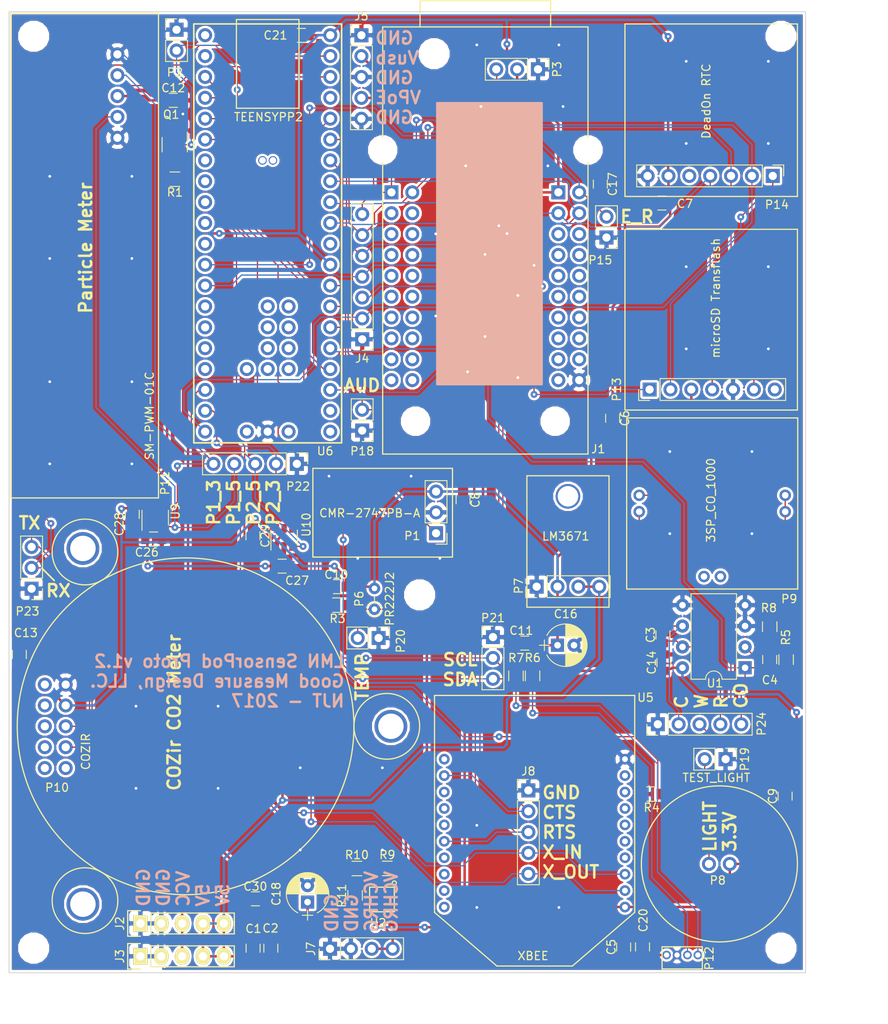
<source format=kicad_pcb>
(kicad_pcb (version 4) (host pcbnew 4.0.6)
  (layers (0 F.Cu signal) (31 B.Cu signal) (34 B.Paste user) (35 F.Paste user) (36 B.SilkS user) (37 F.SilkS user) (38 B.Mask user) (39 F.Mask user) (44 Edge.Cuts user))
  (net 0 "")
  (net 1 GND)
  (net 2 +5V)
  (net 3 MOSI/DI)
  (net 4 MISO/DO)
  (net 5 +3V3)
  (net 6 ETHERNET_RESET)
  (net 7 CLK)
  (net 8 AUD)
  (net 9 TEMP)
  (net 10 LIGHT)
  (net 11 CO_REF)
  (net 12 CO_COUNTER)
  (net 13 CO_WORKING)
  (net 14 CO2_Rx)
  (net 15 CO2_Tx)
  (net 16 PARTICLE2_5V)
  (net 17 PARTICLE1_5V)
  (net 18 RH_SCL)
  (net 19 RH_SDA)
  (net 20 CS)
  (net 21 SS)
  (net 22 XBEE_OUT)
  (net 23 XBEE_IN)
  (net 24 CTS_XBEE)
  (net 25 RTS_XBEE)
  (net 26 "Net-(U6-Pad53)")
  (net 27 "Net-(U6-Pad54)")
  (net 28 PARTICLE1_3.3V)
  (net 29 PARTICLE2_3.3V)
  (net 30 CO)
  (net 31 "Net-(C4-Pad2)")
  (net 32 "Net-(J1-Pad1.3)")
  (net 33 "Net-(J1-Pad1.4)")
  (net 34 "Net-(J1-Pad1.5)")
  (net 35 "Net-(J1-Pad1.6)")
  (net 36 "Net-(J1-Pad1.7)")
  (net 37 "Net-(J1-Pad1.8)")
  (net 38 "Net-(J1-Pad1.9)")
  (net 39 "Net-(J1-Pad1.10)")
  (net 40 "Net-(J1-Pad1.11)")
  (net 41 "Net-(J1-Pad1.12)")
  (net 42 "Net-(J1-Pad1.13)")
  (net 43 "Net-(J1-Pad1.14)")
  (net 44 "Net-(J1-Pad1.15)")
  (net 45 "Net-(J1-Pad1.16)")
  (net 46 "Net-(J1-Pad1.17)")
  (net 47 "Net-(J1-Pad1.18)")
  (net 48 "Net-(J1-Pad1.19)")
  (net 49 "Net-(J1-Pad1.20)")
  (net 50 "Net-(J1-Pad2.5)")
  (net 51 "Net-(J1-Pad2.6)")
  (net 52 ES)
  (net 53 "Net-(J1-Pad2.8)")
  (net 54 "Net-(J1-Pad2.9)")
  (net 55 "Net-(J1-Pad2.10)")
  (net 56 "Net-(J1-Pad2.11)")
  (net 57 "Net-(J1-Pad2.12)")
  (net 58 "Net-(J1-Pad2.13)")
  (net 59 "Net-(J1-Pad2.14)")
  (net 60 "Net-(J1-Pad2.15)")
  (net 61 "Net-(J1-Pad2.16)")
  (net 62 "Net-(J1-Pad2.17)")
  (net 63 "Net-(J1-Pad2.18)")
  (net 64 "Net-(J1-Pad2.19)")
  (net 65 "Net-(MH1-Pad1)")
  (net 66 "Net-(MH2-Pad1)")
  (net 67 "Net-(MH3-Pad1)")
  (net 68 "Net-(MH4-Pad1)")
  (net 69 "Net-(MH5-Pad1)")
  (net 70 "Net-(MH6-Pad1)")
  (net 71 "Net-(P9-Pad3)")
  (net 72 "Net-(P9-Pad2)")
  (net 73 "Net-(P10-Pad2)")
  (net 74 "Net-(P10-Pad4)")
  (net 75 "Net-(P10-Pad6)")
  (net 76 "Net-(P10-Pad8)")
  (net 77 "Net-(P10-Pad9)")
  (net 78 "Net-(P10-Pad10)")
  (net 79 "Net-(P13-Pad7)")
  (net 80 "Net-(P14-Pad5)")
  (net 81 "Net-(U5-Pad4)")
  (net 82 "Net-(U5-Pad5)")
  (net 83 "Net-(U5-Pad6)")
  (net 84 "Net-(U5-Pad7)")
  (net 85 "Net-(U5-Pad8)")
  (net 86 "Net-(U5-Pad9)")
  (net 87 "Net-(U5-Pad11)")
  (net 88 "Net-(U5-Pad13)")
  (net 89 "Net-(U5-Pad14)")
  (net 90 "Net-(U5-Pad15)")
  (net 91 "Net-(U5-Pad17)")
  (net 92 "Net-(U5-Pad18)")
  (net 93 "Net-(U5-Pad19)")
  (net 94 "Net-(U5-Pad20)")
  (net 95 "Net-(U6-Pad1)")
  (net 96 "Net-(U6-Pad2)")
  (net 97 "Net-(U6-Pad7)")
  (net 98 "Net-(U6-Pad8)")
  (net 99 "Net-(U6-Pad9)")
  (net 100 "Net-(U6-Pad10)")
  (net 101 "Net-(U6-Pad14)")
  (net 102 "Net-(U6-Pad15)")
  (net 103 "Net-(U6-Pad16)")
  (net 104 "Net-(U6-Pad17)")
  (net 105 "Net-(U6-Pad21)")
  (net 106 "Net-(U6-Pad23)")
  (net 107 "Net-(U6-Pad24)")
  (net 108 "Net-(U6-Pad25)")
  (net 109 "Net-(U6-Pad26)")
  (net 110 "Net-(U6-Pad27)")
  (net 111 "Net-(U6-Pad28)")
  (net 112 "Net-(U6-Pad29)")
  (net 113 "Net-(U6-Pad30)")
  (net 114 "Net-(U6-Pad31)")
  (net 115 "Net-(U6-Pad32)")
  (net 116 "Net-(U6-Pad33)")
  (net 117 "Net-(U6-Pad34)")
  (net 118 "Net-(U6-Pad42)")
  (net 119 "Net-(U6-Pad49)")
  (net 120 "Net-(J1-Pad2.7)")
  (net 121 PM_EN)
  (net 122 "Net-(Q1-Pad6)")
  (net 123 "Net-(U6-Pad11)")
  (net 124 /Sensors/PM_PWR)
  (net 125 "/Processor Connectors/ETH_PWR")
  (net 126 /Power/VCHRG)
  (net 127 ETH_EN)
  (net 128 "Net-(Q2-Pad6)")
  (net 129 "Net-(R10-Pad2)")
  (net 130 /Power/5V_IN_OTHER)
  (net 131 "Net-(R11-Pad1)")
  (net 132 "Net-(U2-Pad1)")
  (net 133 /Power/TEENSY_USB_PWR)
  (module mogar_modules_new:Via_D0.8382_Drill0.331 (layer F.Cu) (at 166.139844 50.840157)
    (fp_text reference REF** hide)
    (fp_text value Via_D0.8382_Drill0.331 hide)
    (pad 1 thru_hole circle (at 0 0) (size 0.8382 0.8382) (drill 0.331) (layers *.Cu) (net 1 GND))
  )
  (module mogar_modules_new:Via_D0.8382_Drill0.331 (layer F.Cu) (at 156.139844 50.840157)
    (fp_text reference REF** hide)
    (fp_text value Via_D0.8382_Drill0.331 hide)
    (pad 1 thru_hole circle (at 0 0) (size 0.8382 0.8382) (drill 0.331) (layers *.Cu) (net 1 GND))
  )
  (module mogar_modules_new:Via_D0.8382_Drill0.331 (layer F.Cu) (at 157.989844 43.620157)
    (fp_text reference REF** hide)
    (fp_text value Via_D0.8382_Drill0.331 hide)
    (pad 1 thru_hole circle (at 0 0) (size 0.8382 0.8382) (drill 0.331) (layers *.Cu) (net 1 GND))
  )
  (module mogar_modules_new:Via_D0.8382_Drill0.331 (layer F.Cu) (at 167.989844 43.620157)
    (fp_text reference REF** hide)
    (fp_text value Via_D0.8382_Drill0.331 hide)
    (pad 1 thru_hole circle (at 0 0) (size 0.8382 0.8382) (drill 0.331) (layers *.Cu) (net 1 GND))
  )
  (module mogar_modules_new:Via_D0.8382_Drill0.331 (layer F.Cu) (at 157.489844 36.120157)
    (fp_text reference REF** hide)
    (fp_text value Via_D0.8382_Drill0.331 hide)
    (pad 1 thru_hole circle (at 0 0) (size 0.8382 0.8382) (drill 0.331) (layers *.Cu) (net 1 GND))
  )
  (module mogar_modules_new:Via_D0.8382_Drill0.331 (layer F.Cu) (at 167.489844 36.120157)
    (fp_text reference REF** hide)
    (fp_text value Via_D0.8382_Drill0.331 hide)
    (pad 1 thru_hole circle (at 0 0) (size 0.8382 0.8382) (drill 0.331) (layers *.Cu) (net 1 GND))
  )
  (module mogar_modules_new:Via_D0.8382_Drill0.331 (layer F.Cu) (at 162.489844 66.620157)
    (fp_text reference REF** hide)
    (fp_text value Via_D0.8382_Drill0.331 hide)
    (pad 1 thru_hole circle (at 0 0) (size 0.8382 0.8382) (drill 0.331) (layers *.Cu) (net 1 GND))
  )
  (module mogar_modules_new:Via_D0.8382_Drill0.331 (layer F.Cu) (at 162.489844 76.620157)
    (fp_text reference REF** hide)
    (fp_text value Via_D0.8382_Drill0.331 hide)
    (pad 1 thru_hole circle (at 0 0) (size 0.8382 0.8382) (drill 0.331) (layers *.Cu) (net 1 GND))
  )
  (module mogar_modules_new:Via_D0.8382_Drill0.331 (layer F.Cu) (at 158.489844 61.620157)
    (fp_text reference REF** hide)
    (fp_text value Via_D0.8382_Drill0.331 hide)
    (pad 1 thru_hole circle (at 0 0) (size 0.8382 0.8382) (drill 0.331) (layers *.Cu) (net 1 GND))
  )
  (module mogar_modules_new:Via_D0.8382_Drill0.331 (layer F.Cu) (at 158.489844 71.620157)
    (fp_text reference REF** hide)
    (fp_text value Via_D0.8382_Drill0.331 hide)
    (pad 1 thru_hole circle (at 0 0) (size 0.8382 0.8382) (drill 0.331) (layers *.Cu) (net 1 GND))
  )
  (module mogar_modules_new:Via_D0.8382_Drill0.331 (layer F.Cu) (at 152.489844 59.120157)
    (fp_text reference REF** hide)
    (fp_text value Via_D0.8382_Drill0.331 hide)
    (pad 1 thru_hole circle (at 0 0) (size 0.8382 0.8382) (drill 0.331) (layers *.Cu) (net 1 GND))
  )
  (module mogar_modules_new:Via_D0.8382_Drill0.331 (layer F.Cu) (at 152.489844 69.120157)
    (fp_text reference REF** hide)
    (fp_text value Via_D0.8382_Drill0.331 hide)
    (pad 1 thru_hole circle (at 0 0) (size 0.8382 0.8382) (drill 0.331) (layers *.Cu) (net 1 GND))
  )
  (module mogar_modules_new:Via_D0.8382_Drill0.331 (layer F.Cu) (at 142.989844 98.620157)
    (fp_text reference REF** hide)
    (fp_text value Via_D0.8382_Drill0.331 hide)
    (pad 1 thru_hole circle (at 0 0) (size 0.8382 0.8382) (drill 0.331) (layers *.Cu) (net 1 GND))
  )
  (module mogar_modules_new:Via_D0.8382_Drill0.331 (layer F.Cu) (at 152.989844 98.620157)
    (fp_text reference REF** hide)
    (fp_text value Via_D0.8382_Drill0.331 hide)
    (pad 1 thru_hole circle (at 0 0) (size 0.8382 0.8382) (drill 0.331) (layers *.Cu) (net 1 GND))
  )
  (module mogar_modules_new:Via_D0.8382_Drill0.331 (layer F.Cu) (at 139.489844 88.620157)
    (fp_text reference REF** hide)
    (fp_text value Via_D0.8382_Drill0.331 hide)
    (pad 1 thru_hole circle (at 0 0) (size 0.8382 0.8382) (drill 0.331) (layers *.Cu) (net 1 GND))
  )
  (module mogar_modules_new:Via_D0.8382_Drill0.331 (layer F.Cu) (at 149.489844 88.620157)
    (fp_text reference REF** hide)
    (fp_text value Via_D0.8382_Drill0.331 hide)
    (pad 1 thru_hole circle (at 0 0) (size 0.8382 0.8382) (drill 0.331) (layers *.Cu) (net 1 GND))
  )
  (module mogar_modules_new:Via_D0.8382_Drill0.331 (layer F.Cu) (at 135.989844 124.120157)
    (fp_text reference REF** hide)
    (fp_text value Via_D0.8382_Drill0.331 hide)
    (pad 1 thru_hole circle (at 0 0) (size 0.8382 0.8382) (drill 0.331) (layers *.Cu) (net 1 GND))
  )
  (module mogar_modules_new:Via_D0.8382_Drill0.331 (layer F.Cu) (at 135.989844 134.120157)
    (fp_text reference REF** hide)
    (fp_text value Via_D0.8382_Drill0.331 hide)
    (pad 1 thru_hole circle (at 0 0) (size 0.8382 0.8382) (drill 0.331) (layers *.Cu) (net 1 GND))
  )
  (module mogar_modules_new:Via_D0.8382_Drill0.331 (layer F.Cu) (at 145.989844 134.120157)
    (fp_text reference REF** hide)
    (fp_text value Via_D0.8382_Drill0.331 hide)
    (pad 1 thru_hole circle (at 0 0) (size 0.8382 0.8382) (drill 0.331) (layers *.Cu) (net 1 GND))
  )
  (module mogar_modules_new:Via_D0.8382_Drill0.331 (layer F.Cu) (at 145.989844 124.120157)
    (fp_text reference REF** hide)
    (fp_text value Via_D0.8382_Drill0.331 hide)
    (pad 1 thru_hole circle (at 0 0) (size 0.8382 0.8382) (drill 0.331) (layers *.Cu) (net 1 GND))
  )
  (module mogar_modules_new:Via_D0.8382_Drill0.331 (layer F.Cu) (at 157.489844 131.120157)
    (fp_text reference REF** hide)
    (fp_text value Via_D0.8382_Drill0.331 hide)
    (pad 1 thru_hole circle (at 0 0) (size 0.8382 0.8382) (drill 0.331) (layers *.Cu) (net 1 GND))
  )
  (module mogar_modules_new:Via_D0.8382_Drill0.331 (layer F.Cu) (at 157.489844 141.120157)
    (fp_text reference REF** hide)
    (fp_text value Via_D0.8382_Drill0.331 hide)
    (pad 1 thru_hole circle (at 0 0) (size 0.8382 0.8382) (drill 0.331) (layers *.Cu) (net 1 GND))
  )
  (module mogar_modules_new:Via_D0.8382_Drill0.331 (layer F.Cu) (at 167.489844 141.120157)
    (fp_text reference REF** hide)
    (fp_text value Via_D0.8382_Drill0.331 hide)
    (pad 1 thru_hole circle (at 0 0) (size 0.8382 0.8382) (drill 0.331) (layers *.Cu) (net 1 GND))
  )
  (module mogar_modules_new:Via_D0.8382_Drill0.331 (layer F.Cu) (at 167.489844 131.120157)
    (fp_text reference REF** hide)
    (fp_text value Via_D0.8382_Drill0.331 hide)
    (pad 1 thru_hole circle (at 0 0) (size 0.8382 0.8382) (drill 0.331) (layers *.Cu) (net 1 GND))
  )
  (module mogar_modules_new:Via_D0.8382_Drill0.331 (layer F.Cu) (at 115.989844 116.620157)
    (fp_text reference REF** hide)
    (fp_text value Via_D0.8382_Drill0.331 hide)
    (pad 1 thru_hole circle (at 0 0) (size 0.8382 0.8382) (drill 0.331) (layers *.Cu) (net 1 GND))
  )
  (module mogar_modules_new:Via_D0.8382_Drill0.331 (layer F.Cu) (at 115.989844 126.620157)
    (fp_text reference REF** hide)
    (fp_text value Via_D0.8382_Drill0.331 hide)
    (pad 1 thru_hole circle (at 0 0) (size 0.8382 0.8382) (drill 0.331) (layers *.Cu) (net 1 GND))
  )
  (module mogar_modules_new:Via_D0.8382_Drill0.331 (layer F.Cu) (at 125.989844 126.620157)
    (fp_text reference REF** hide)
    (fp_text value Via_D0.8382_Drill0.331 hide)
    (pad 1 thru_hole circle (at 0 0) (size 0.8382 0.8382) (drill 0.331) (layers *.Cu) (net 1 GND))
  )
  (module mogar_modules_new:Via_D0.8382_Drill0.331 (layer F.Cu) (at 125.989844 116.620157)
    (fp_text reference REF** hide)
    (fp_text value Via_D0.8382_Drill0.331 hide)
    (pad 1 thru_hole circle (at 0 0) (size 0.8382 0.8382) (drill 0.331) (layers *.Cu) (net 1 GND))
  )
  (module mogar_modules_new:Via_D0.8382_Drill0.331 (layer F.Cu) (at 105.489844 77.120157)
    (fp_text reference REF** hide)
    (fp_text value Via_D0.8382_Drill0.331 hide)
    (pad 1 thru_hole circle (at 0 0) (size 0.8382 0.8382) (drill 0.331) (layers *.Cu) (net 1 GND))
  )
  (module mogar_modules_new:Via_D0.8382_Drill0.331 (layer F.Cu) (at 105.489844 87.120157)
    (fp_text reference REF** hide)
    (fp_text value Via_D0.8382_Drill0.331 hide)
    (pad 1 thru_hole circle (at 0 0) (size 0.8382 0.8382) (drill 0.331) (layers *.Cu) (net 1 GND))
  )
  (module mogar_modules_new:Via_D0.8382_Drill0.331 (layer F.Cu) (at 115.489844 87.120157)
    (fp_text reference REF** hide)
    (fp_text value Via_D0.8382_Drill0.331 hide)
    (pad 1 thru_hole circle (at 0 0) (size 0.8382 0.8382) (drill 0.331) (layers *.Cu) (net 1 GND))
  )
  (module mogar_modules_new:Via_D0.8382_Drill0.331 (layer F.Cu) (at 115.489844 77.120157)
    (fp_text reference REF** hide)
    (fp_text value Via_D0.8382_Drill0.331 hide)
    (pad 1 thru_hole circle (at 0 0) (size 0.8382 0.8382) (drill 0.331) (layers *.Cu) (net 1 GND))
  )
  (module mogar_modules_new:Via_D0.8382_Drill0.331 (layer F.Cu) (at 105.489844 52.120157)
    (fp_text reference REF** hide)
    (fp_text value Via_D0.8382_Drill0.331 hide)
    (pad 1 thru_hole circle (at 0 0) (size 0.8382 0.8382) (drill 0.331) (layers *.Cu) (net 1 GND))
  )
  (module mogar_modules_new:Via_D0.8382_Drill0.331 (layer F.Cu) (at 105.489844 62.120157)
    (fp_text reference REF** hide)
    (fp_text value Via_D0.8382_Drill0.331 hide)
    (pad 1 thru_hole circle (at 0 0) (size 0.8382 0.8382) (drill 0.331) (layers *.Cu) (net 1 GND))
  )
  (module mogar_modules_new:Via_D0.8382_Drill0.331 (layer F.Cu) (at 115.489844 62.120157)
    (fp_text reference REF** hide)
    (fp_text value Via_D0.8382_Drill0.331 hide)
    (pad 1 thru_hole circle (at 0 0) (size 0.8382 0.8382) (drill 0.331) (layers *.Cu) (net 1 GND))
  )
  (module mogar_modules_new:Via_D0.8382_Drill0.331 (layer F.Cu) (at 115.489844 52.120157)
    (fp_text reference REF** hide)
    (fp_text value Via_D0.8382_Drill0.331 hide)
    (pad 1 thru_hole circle (at 0 0) (size 0.8382 0.8382) (drill 0.331) (layers *.Cu) (net 1 GND))
  )
  (module mogar_modules_new:Via_D0.8382_Drill0.331 (layer F.Cu) (at 180.989844 85.620157)
    (fp_text reference REF** hide)
    (fp_text value Via_D0.8382_Drill0.331 hide)
    (pad 1 thru_hole circle (at 0 0) (size 0.8382 0.8382) (drill 0.331) (layers *.Cu) (net 1 GND))
  )
  (module mogar_modules_new:Via_D0.8382_Drill0.331 (layer F.Cu) (at 180.989844 95.620157)
    (fp_text reference REF** hide)
    (fp_text value Via_D0.8382_Drill0.331 hide)
    (pad 1 thru_hole circle (at 0 0) (size 0.8382 0.8382) (drill 0.331) (layers *.Cu) (net 1 GND))
  )
  (module mogar_modules_new:Via_D0.8382_Drill0.331 (layer F.Cu) (at 190.989844 95.620157)
    (fp_text reference REF** hide)
    (fp_text value Via_D0.8382_Drill0.331 hide)
    (pad 1 thru_hole circle (at 0 0) (size 0.8382 0.8382) (drill 0.331) (layers *.Cu) (net 1 GND))
  )
  (module mogar_modules_new:Via_D0.8382_Drill0.331 (layer F.Cu) (at 190.989844 85.620157)
    (fp_text reference REF** hide)
    (fp_text value Via_D0.8382_Drill0.331 hide)
    (pad 1 thru_hole circle (at 0 0) (size 0.8382 0.8382) (drill 0.331) (layers *.Cu) (net 1 GND))
  )
  (module mogar_modules_new:Via_D0.8382_Drill0.331 (layer F.Cu) (at 182.989844 63.120157)
    (fp_text reference REF** hide)
    (fp_text value Via_D0.8382_Drill0.331 hide)
    (pad 1 thru_hole circle (at 0 0) (size 0.8382 0.8382) (drill 0.331) (layers *.Cu) (net 1 GND))
  )
  (module mogar_modules_new:Via_D0.8382_Drill0.331 (layer F.Cu) (at 182.989844 73.120157)
    (fp_text reference REF** hide)
    (fp_text value Via_D0.8382_Drill0.331 hide)
    (pad 1 thru_hole circle (at 0 0) (size 0.8382 0.8382) (drill 0.331) (layers *.Cu) (net 1 GND))
  )
  (module mogar_modules_new:Via_D0.8382_Drill0.331 (layer F.Cu) (at 192.989844 73.120157)
    (fp_text reference REF** hide)
    (fp_text value Via_D0.8382_Drill0.331 hide)
    (pad 1 thru_hole circle (at 0 0) (size 0.8382 0.8382) (drill 0.331) (layers *.Cu) (net 1 GND))
  )
  (module mogar_modules_new:Via_D0.8382_Drill0.331 (layer F.Cu) (at 192.989844 63.120157)
    (fp_text reference REF** hide)
    (fp_text value Via_D0.8382_Drill0.331 hide)
    (pad 1 thru_hole circle (at 0 0) (size 0.8382 0.8382) (drill 0.331) (layers *.Cu) (net 1 GND))
  )
  (module mogar_modules_new:Via_D0.8382_Drill0.331 (layer F.Cu) (at 182.989844 38.120157)
    (fp_text reference REF** hide)
    (fp_text value Via_D0.8382_Drill0.331 hide)
    (pad 1 thru_hole circle (at 0 0) (size 0.8382 0.8382) (drill 0.331) (layers *.Cu) (net 1 GND))
  )
  (module mogar_modules_new:Via_D0.8382_Drill0.331 (layer F.Cu) (at 182.989844 48.120157)
    (fp_text reference REF** hide)
    (fp_text value Via_D0.8382_Drill0.331 hide)
    (pad 1 thru_hole circle (at 0 0) (size 0.8382 0.8382) (drill 0.331) (layers *.Cu) (net 1 GND))
  )
  (module mogar_modules_new:Via_D0.8382_Drill0.331 (layer F.Cu) (at 192.989844 48.120157)
    (fp_text reference REF** hide)
    (fp_text value Via_D0.8382_Drill0.331 hide)
    (pad 1 thru_hole circle (at 0 0) (size 0.8382 0.8382) (drill 0.331) (layers *.Cu) (net 1 GND))
  )
  (module mogar_modules_new:Via_D0.8382_Drill0.331 (layer F.Cu) (at 192.989844 38.120157)
    (fp_text reference REF** hide)
    (fp_text value Via_D0.8382_Drill0.331 hide)
    (pad 1 thru_hole circle (at 0 0) (size 0.8382 0.8382) (drill 0.331) (layers *.Cu) (net 1 GND))
  )
  (module Pin_Headers:Pin_Header_Straight_1x05_Pitch2.54mm (layer F.Cu) (at 179.529844 118.820157 90)
    (fp_text reference P24 (at 0.05 12.63 90) (layer F.SilkS))
    (fp_text value TEST_CO hide)
    (pad 1 thru_hole rect (at 0 0 90) (size 1.7 1.7) (drill 1) (layers *.Cu *.Mask) (net 1 GND))
    (pad 2 thru_hole oval (at 0 2.54 90) (size 1.7 1.7) (drill 1) (layers *.Cu *.Mask) (net 12 CO_COUNTER))
    (pad 3 thru_hole oval (at 0 5.08 90) (size 1.7 1.7) (drill 1) (layers *.Cu *.Mask) (net 13 CO_WORKING))
    (pad 4 thru_hole oval (at 0 7.62 90) (size 1.7 1.7) (drill 1) (layers *.Cu *.Mask) (net 11 CO_REF))
    (pad 5 thru_hole oval (at 0 10.16 90) (size 1.7 1.7) (drill 1) (layers *.Cu *.Mask) (net 30 CO))
  )
  (module Pin_Headers:Pin_Header_Straight_1x02_Pitch2.54mm (layer F.Cu) (at 187.779844 123.070157 270)
    (fp_text reference P19 (at 0 -2.33 270) (layer F.SilkS))
    (fp_text value TEST_LIGHT (at 2.26 1.12 540) (layer F.SilkS))
    (pad 1 thru_hole rect (at 0 0 270) (size 1.7 1.7) (drill 1) (layers *.Cu *.Mask) (net 1 GND))
    (pad 2 thru_hole oval (at 0 2.54 270) (size 1.7 1.7) (drill 1) (layers *.Cu *.Mask) (net 10 LIGHT))
  )
  (module Resistors_ThroughHole:R_Axial_DIN0204_L3.6mm_D1.6mm_P2.54mm_Vertical (layer F.Cu) (at 145.029844 104.820157 90)
    (fp_text reference P6 (at 1.27 -1.86 90) (layer F.SilkS))
    (fp_text value PR222J2 (at 1.27 1.86 90) (layer F.SilkS))
    (pad 1 thru_hole circle (at 0 0 90) (size 1.4 1.4) (drill 0.7) (layers *.Cu *.Mask) (net 9 TEMP))
    (pad 2 thru_hole oval (at 2.54 0 90) (size 1.4 1.4) (drill 0.7) (layers *.Cu *.Mask) (net 5 +3V3))
  )
  (module TO_SOT_Packages_SMD:SOT-23-6 (layer F.Cu) (at 118.329844 93.670157 90)
    (fp_text reference U9 (at 0.76 2.46 90) (layer F.SilkS))
    (fp_text value 74LVC1T45 hide)
    (pad 1 smd rect (at -1.1 -0.95 90) (size 1.06 0.65) (layers F.Cu F.Paste F.Mask) (net 2 +5V))
    (pad 2 smd rect (at -1.1 0 90) (size 1.06 0.65) (layers F.Cu F.Paste F.Mask) (net 1 GND))
    (pad 3 smd rect (at -1.1 0.95 90) (size 1.06 0.65) (layers F.Cu F.Paste F.Mask) (net 17 PARTICLE1_5V))
    (pad 4 smd rect (at 1.1 0.95 90) (size 1.06 0.65) (layers F.Cu F.Paste F.Mask) (net 28 PARTICLE1_3.3V))
    (pad 6 smd rect (at 1.1 -0.95 90) (size 1.06 0.65) (layers F.Cu F.Paste F.Mask) (net 5 +3V3))
    (pad 5 smd rect (at 1.1 0 90) (size 1.06 0.65) (layers F.Cu F.Paste F.Mask) (net 2 +5V))
  )
  (module TO_SOT_Packages_SMD:SOT-23-6 (layer F.Cu) (at 134.029844 96.070157 90)
    (fp_text reference U10 (at 1.54 2.7 90) (layer F.SilkS))
    (fp_text value 74LVC1T45 hide)
    (pad 1 smd rect (at -1.1 -0.95 90) (size 1.06 0.65) (layers F.Cu F.Paste F.Mask) (net 2 +5V))
    (pad 2 smd rect (at -1.1 0 90) (size 1.06 0.65) (layers F.Cu F.Paste F.Mask) (net 1 GND))
    (pad 3 smd rect (at -1.1 0.95 90) (size 1.06 0.65) (layers F.Cu F.Paste F.Mask) (net 16 PARTICLE2_5V))
    (pad 4 smd rect (at 1.1 0.95 90) (size 1.06 0.65) (layers F.Cu F.Paste F.Mask) (net 29 PARTICLE2_3.3V))
    (pad 6 smd rect (at 1.1 -0.95 90) (size 1.06 0.65) (layers F.Cu F.Paste F.Mask) (net 5 +3V3))
    (pad 5 smd rect (at 1.1 0 90) (size 1.06 0.65) (layers F.Cu F.Paste F.Mask) (net 2 +5V))
  )
  (module Housings_DIP:DIP-8_W7.62mm (layer F.Cu) (at 190.154844 111.945157 180)
    (fp_text reference U1 (at 3.665 -1.875 180) (layer F.SilkS))
    (fp_text value AD822 hide)
    (pad 1 thru_hole rect (at 0 0 180) (size 1.6 1.6) (drill 0.8) (layers *.Cu *.Mask) (net 30 CO))
    (pad 5 thru_hole oval (at 7.62 7.62 180) (size 1.6 1.6) (drill 0.8) (layers *.Cu *.Mask) (net 1 GND))
    (pad 2 thru_hole oval (at 0 2.54 180) (size 1.6 1.6) (drill 0.8) (layers *.Cu *.Mask) (net 31 "Net-(C4-Pad2)"))
    (pad 6 thru_hole oval (at 7.62 5.08 180) (size 1.6 1.6) (drill 0.8) (layers *.Cu *.Mask) (net 12 CO_COUNTER))
    (pad 3 thru_hole oval (at 0 5.08 180) (size 1.6 1.6) (drill 0.8) (layers *.Cu *.Mask) (net 1 GND))
    (pad 7 thru_hole oval (at 7.62 2.54 180) (size 1.6 1.6) (drill 0.8) (layers *.Cu *.Mask) (net 11 CO_REF))
    (pad 4 thru_hole oval (at 0 7.62 180) (size 1.6 1.6) (drill 0.8) (layers *.Cu *.Mask) (net 1 GND))
    (pad 8 thru_hole oval (at 7.62 0 180) (size 1.6 1.6) (drill 0.8) (layers *.Cu *.Mask) (net 5 +3V3))
  )
  (module Pin_Headers:Pin_Header_Straight_1x05 (layer F.Cu) (at 116.529844 143.070157 90)
    (fp_text reference J2 (at 0 -2.5 90) (layer F.SilkS))
    (fp_text value CONN_01X05 hide)
    (pad 1 thru_hole rect (at 0 0 90) (size 2.032 1.7272) (drill 1.016) (layers *.Cu *.Mask F.SilkS) (net 1 GND))
    (pad 2 thru_hole oval (at 0 2.54 90) (size 2.032 1.7272) (drill 1.016) (layers *.Cu *.Mask F.SilkS) (net 1 GND))
    (pad 3 thru_hole oval (at 0 5.08 90) (size 2.032 1.7272) (drill 1.016) (layers *.Cu *.Mask F.SilkS) (net 5 +3V3))
    (pad 4 thru_hole oval (at 0 7.62 90) (size 2.032 1.7272) (drill 1.016) (layers *.Cu *.Mask F.SilkS) (net 2 +5V))
    (pad 5 thru_hole oval (at 0 10.16 90) (size 2.032 1.7272) (drill 1.016) (layers *.Cu *.Mask F.SilkS) (net 2 +5V))
  )
  (module Pin_Headers:Pin_Header_Straight_1x05 (layer F.Cu) (at 116.529844 147.070157 90)
    (fp_text reference J3 (at 0 -2.5 90) (layer F.SilkS))
    (fp_text value CONN_01X05 hide)
    (pad 1 thru_hole rect (at 0 0 90) (size 2.032 1.7272) (drill 1.016) (layers *.Cu *.Mask F.SilkS) (net 1 GND))
    (pad 2 thru_hole oval (at 0 2.54 90) (size 2.032 1.7272) (drill 1.016) (layers *.Cu *.Mask F.SilkS) (net 1 GND))
    (pad 3 thru_hole oval (at 0 5.08 90) (size 2.032 1.7272) (drill 1.016) (layers *.Cu *.Mask F.SilkS) (net 5 +3V3))
    (pad 4 thru_hole oval (at 0 7.62 90) (size 2.032 1.7272) (drill 1.016) (layers *.Cu *.Mask F.SilkS) (net 2 +5V))
    (pad 5 thru_hole oval (at 0 10.16 90) (size 2.032 1.7272) (drill 1.016) (layers *.Cu *.Mask F.SilkS) (net 2 +5V))
  )
  (module Pin_Headers:Pin_Header_Straight_1x02_Pitch2.54mm (layer F.Cu) (at 173.279844 59.570157 180)
    (fp_text reference P15 (at 0.75 -2.75 180) (layer F.SilkS))
    (fp_text value TEST_NET hide)
    (pad 1 thru_hole rect (at 0 0 180) (size 1.7 1.7) (drill 1) (layers *.Cu *.Mask) (net 1 GND))
    (pad 2 thru_hole oval (at 0 2.54 180) (size 1.7 1.7) (drill 1) (layers *.Cu *.Mask) (net 6 ETHERNET_RESET))
  )
  (module Pin_Headers:Pin_Header_Straight_1x02_Pitch2.54mm (layer F.Cu) (at 143.529844 83.070157 180)
    (fp_text reference P18 (at 0 -2.5 180) (layer F.SilkS))
    (fp_text value TEST_AUDIO hide)
    (pad 1 thru_hole rect (at 0 0 180) (size 1.7 1.7) (drill 1) (layers *.Cu *.Mask) (net 1 GND))
    (pad 2 thru_hole oval (at 0 2.54 180) (size 1.7 1.7) (drill 1) (layers *.Cu *.Mask) (net 8 AUD))
  )
  (module Pin_Headers:Pin_Header_Straight_1x02_Pitch2.54mm (layer F.Cu) (at 145.529844 108.320157 270)
    (fp_text reference P20 (at 0.36 -2.69 450) (layer F.SilkS))
    (fp_text value TEST_TEMP hide)
    (pad 1 thru_hole rect (at 0 0 270) (size 1.7 1.7) (drill 1) (layers *.Cu *.Mask) (net 1 GND))
    (pad 2 thru_hole oval (at 0 2.54 270) (size 1.7 1.7) (drill 1) (layers *.Cu *.Mask) (net 9 TEMP))
  )
  (module Pin_Headers:Pin_Header_Straight_1x03_Pitch2.54mm (layer F.Cu) (at 159.459844 108.210157)
    (fp_text reference P21 (at 0 -2.33) (layer F.SilkS))
    (fp_text value TEST_I2C hide)
    (pad 1 thru_hole rect (at 0 0) (size 1.7 1.7) (drill 1) (layers *.Cu *.Mask) (net 1 GND))
    (pad 2 thru_hole oval (at 0 2.54) (size 1.7 1.7) (drill 1) (layers *.Cu *.Mask) (net 18 RH_SCL))
    (pad 3 thru_hole oval (at 0 5.08) (size 1.7 1.7) (drill 1) (layers *.Cu *.Mask) (net 19 RH_SDA))
  )
  (module Pin_Headers:Pin_Header_Straight_1x05_Pitch2.54mm (layer F.Cu) (at 135.579844 87.120157 270)
    (fp_text reference P22 (at 2.75 -0.15 360) (layer F.SilkS))
    (fp_text value TEST_PM hide)
    (pad 1 thru_hole rect (at 0 0 270) (size 1.7 1.7) (drill 1) (layers *.Cu *.Mask) (net 1 GND))
    (pad 2 thru_hole oval (at 0 2.54 270) (size 1.7 1.7) (drill 1) (layers *.Cu *.Mask) (net 29 PARTICLE2_3.3V))
    (pad 3 thru_hole oval (at 0 5.08 270) (size 1.7 1.7) (drill 1) (layers *.Cu *.Mask) (net 16 PARTICLE2_5V))
    (pad 4 thru_hole oval (at 0 7.62 270) (size 1.7 1.7) (drill 1) (layers *.Cu *.Mask) (net 17 PARTICLE1_5V))
    (pad 5 thru_hole oval (at 0 10.16 270) (size 1.7 1.7) (drill 1) (layers *.Cu *.Mask) (net 28 PARTICLE1_3.3V))
  )
  (module Pin_Headers:Pin_Header_Straight_1x03_Pitch2.54mm (layer F.Cu) (at 103.279844 102.320157 180)
    (fp_text reference P23 (at 0.5 -2.75 180) (layer F.SilkS))
    (fp_text value TEST_CO2 hide)
    (pad 1 thru_hole rect (at 0 0 180) (size 1.7 1.7) (drill 1) (layers *.Cu *.Mask) (net 1 GND))
    (pad 2 thru_hole oval (at 0 2.54 180) (size 1.7 1.7) (drill 1) (layers *.Cu *.Mask) (net 14 CO2_Rx))
    (pad 3 thru_hole oval (at 0 5.08 180) (size 1.7 1.7) (drill 1) (layers *.Cu *.Mask) (net 15 CO2_Tx))
  )
  (module Pin_Headers:Pin_Header_Straight_1x02_Pitch2.54mm (layer F.Cu) (at 120.929844 34.270157)
    (fp_text reference P2 (at -0.2 5.2) (layer F.SilkS))
    (fp_text value TEST_PM_EN hide)
    (pad 1 thru_hole rect (at 0 0) (size 1.7 1.7) (drill 1) (layers *.Cu *.Mask) (net 1 GND))
    (pad 2 thru_hole oval (at 0 2.54) (size 1.7 1.7) (drill 1) (layers *.Cu *.Mask) (net 121 PM_EN))
  )
  (module Resistors_SMD:R_0805 (layer F.Cu) (at 120.729844 52.470157)
    (fp_text reference R1 (at 0 1.6) (layer F.SilkS))
    (fp_text value 10k hide)
    (pad 1 smd rect (at -0.95 0) (size 0.7 1.3) (layers F.Cu F.Paste F.Mask) (net 2 +5V))
    (pad 2 smd rect (at 0.95 0) (size 0.7 1.3) (layers F.Cu F.Paste F.Mask) (net 122 "Net-(Q1-Pad6)"))
  )
  (module Mogar_Libs:WIZ812MJ (layer F.Cu) (at 158.529844 54.070157)
    (fp_text reference J1 (at 13.75 31.25) (layer F.SilkS))
    (fp_text value WIZ812MJ (at -1.62 11.54 90) (layer F.SilkS))
    (pad "" np_thru_hole circle (at 8.5 27.86) (size 3 3) (drill 3) (layers *.Cu *.Mask))
    (pad "" np_thru_hole circle (at -8.5 27.86) (size 3 3) (drill 3) (layers *.Cu *.Mask F.SilkS))
    (pad "" np_thru_hole circle (at 12.5 -5.16) (size 3 3) (drill 3) (layers *.Cu *.Mask F.SilkS))
    (pad "" np_thru_hole circle (at -12.5 -5.16) (size 3 3) (drill 3) (layers *.Cu *.Mask))
    (pad 1.1 thru_hole rect (at -11.43 0) (size 1.7 1.7) (drill 1) (layers *.Cu *.Mask) (net 3 MOSI/DI))
    (pad 1.2 thru_hole circle (at -8.89 0) (size 1.7 1.7) (drill 1) (layers *.Cu *.Mask) (net 4 MISO/DO))
    (pad 1.3 thru_hole circle (at -11.43 2.54) (size 1.7 1.7) (drill 1) (layers *.Cu *.Mask) (net 32 "Net-(J1-Pad1.3)"))
    (pad 1.4 thru_hole circle (at -8.89 2.54) (size 1.7 1.7) (drill 1) (layers *.Cu *.Mask) (net 33 "Net-(J1-Pad1.4)"))
    (pad 1.5 thru_hole circle (at -11.43 5.08) (size 1.7 1.7) (drill 1) (layers *.Cu *.Mask) (net 34 "Net-(J1-Pad1.5)"))
    (pad 1.6 thru_hole circle (at -8.89 5.08) (size 1.7 1.7) (drill 1) (layers *.Cu *.Mask) (net 35 "Net-(J1-Pad1.6)"))
    (pad 1.7 thru_hole circle (at -11.43 7.62) (size 1.7 1.7) (drill 1) (layers *.Cu *.Mask) (net 36 "Net-(J1-Pad1.7)"))
    (pad 1.8 thru_hole circle (at -8.89 7.62) (size 1.7 1.7) (drill 1) (layers *.Cu *.Mask) (net 37 "Net-(J1-Pad1.8)"))
    (pad 1.9 thru_hole circle (at -11.43 10.16) (size 1.7 1.7) (drill 1) (layers *.Cu *.Mask) (net 38 "Net-(J1-Pad1.9)"))
    (pad 1.10 thru_hole circle (at -8.89 10.16) (size 1.7 1.7) (drill 1) (layers *.Cu *.Mask) (net 39 "Net-(J1-Pad1.10)"))
    (pad 1.11 thru_hole circle (at -11.43 12.7) (size 1.7 1.7) (drill 1) (layers *.Cu *.Mask) (net 40 "Net-(J1-Pad1.11)"))
    (pad 1.12 thru_hole circle (at -8.89 12.7) (size 1.7 1.7) (drill 1) (layers *.Cu *.Mask) (net 41 "Net-(J1-Pad1.12)"))
    (pad 1.13 thru_hole circle (at -11.43 15.24) (size 1.7 1.7) (drill 1) (layers *.Cu *.Mask) (net 42 "Net-(J1-Pad1.13)"))
    (pad 1.14 thru_hole circle (at -8.89 15.24) (size 1.7 1.7) (drill 1) (layers *.Cu *.Mask) (net 43 "Net-(J1-Pad1.14)"))
    (pad 1.15 thru_hole circle (at -11.43 17.78) (size 1.7 1.7) (drill 1) (layers *.Cu *.Mask) (net 44 "Net-(J1-Pad1.15)"))
    (pad 1.16 thru_hole circle (at -8.89 17.78) (size 1.7 1.7) (drill 1) (layers *.Cu *.Mask) (net 45 "Net-(J1-Pad1.16)"))
    (pad 1.17 thru_hole circle (at -11.43 20.32) (size 1.7 1.7) (drill 1) (layers *.Cu *.Mask) (net 46 "Net-(J1-Pad1.17)"))
    (pad 1.18 thru_hole circle (at -8.89 20.32) (size 1.7 1.7) (drill 1) (layers *.Cu *.Mask) (net 47 "Net-(J1-Pad1.18)"))
    (pad 1.19 thru_hole circle (at -11.43 22.86) (size 1.7 1.7) (drill 1) (layers *.Cu *.Mask) (net 48 "Net-(J1-Pad1.19)"))
    (pad 1.20 thru_hole circle (at -8.89 22.86) (size 1.7 1.7) (drill 1) (layers *.Cu *.Mask) (net 49 "Net-(J1-Pad1.20)"))
    (pad 2.1 thru_hole rect (at 8.89 0) (size 1.7 1.7) (drill 1) (layers *.Cu *.Mask) (net 125 "/Processor Connectors/ETH_PWR"))
    (pad 2.2 thru_hole circle (at 11.43 0) (size 1.7 1.7) (drill 1) (layers *.Cu *.Mask) (net 6 ETHERNET_RESET))
    (pad 2.3 thru_hole circle (at 8.89 2.54) (size 1.7 1.7) (drill 1) (layers *.Cu *.Mask) (net 7 CLK))
    (pad 2.4 thru_hole circle (at 11.43 2.54) (size 1.7 1.7) (drill 1) (layers *.Cu *.Mask) (net 52 ES))
    (pad 2.5 thru_hole circle (at 8.89 5.08) (size 1.7 1.7) (drill 1) (layers *.Cu *.Mask) (net 50 "Net-(J1-Pad2.5)"))
    (pad 2.6 thru_hole circle (at 11.43 5.08) (size 1.7 1.7) (drill 1) (layers *.Cu *.Mask) (net 51 "Net-(J1-Pad2.6)"))
    (pad 2.7 thru_hole circle (at 8.89 7.62) (size 1.7 1.7) (drill 1) (layers *.Cu *.Mask) (net 120 "Net-(J1-Pad2.7)"))
    (pad 2.8 thru_hole circle (at 11.43 7.62) (size 1.7 1.7) (drill 1) (layers *.Cu *.Mask) (net 53 "Net-(J1-Pad2.8)"))
    (pad 2.9 thru_hole circle (at 8.89 10.16) (size 1.7 1.7) (drill 1) (layers *.Cu *.Mask) (net 54 "Net-(J1-Pad2.9)"))
    (pad 2.10 thru_hole circle (at 11.43 10.16) (size 1.7 1.7) (drill 1) (layers *.Cu *.Mask) (net 55 "Net-(J1-Pad2.10)"))
    (pad 2.11 thru_hole circle (at 8.89 12.7) (size 1.7 1.7) (drill 1) (layers *.Cu *.Mask) (net 56 "Net-(J1-Pad2.11)"))
    (pad 2.12 thru_hole circle (at 11.43 12.7) (size 1.7 1.7) (drill 1) (layers *.Cu *.Mask) (net 57 "Net-(J1-Pad2.12)"))
    (pad 2.13 thru_hole circle (at 8.89 15.24) (size 1.7 1.7) (drill 1) (layers *.Cu *.Mask) (net 58 "Net-(J1-Pad2.13)"))
    (pad 2.14 thru_hole circle (at 11.43 15.24) (size 1.7 1.7) (drill 1) (layers *.Cu *.Mask) (net 59 "Net-(J1-Pad2.14)"))
    (pad 2.15 thru_hole circle (at 8.89 17.78) (size 1.7 1.7) (drill 1) (layers *.Cu *.Mask) (net 60 "Net-(J1-Pad2.15)"))
    (pad 2.16 thru_hole circle (at 11.43 17.78) (size 1.7 1.7) (drill 1) (layers *.Cu *.Mask) (net 61 "Net-(J1-Pad2.16)"))
    (pad 2.17 thru_hole circle (at 8.89 20.32) (size 1.7 1.7) (drill 1) (layers *.Cu *.Mask) (net 62 "Net-(J1-Pad2.17)"))
    (pad 2.18 thru_hole circle (at 11.43 20.32) (size 1.7 1.7) (drill 1) (layers *.Cu *.Mask) (net 63 "Net-(J1-Pad2.18)"))
    (pad 2.19 thru_hole circle (at 8.89 22.86) (size 1.7 1.7) (drill 1) (layers *.Cu *.Mask) (net 64 "Net-(J1-Pad2.19)"))
    (pad 2.20 thru_hole circle (at 11.43 22.86) (size 1.7 1.7) (drill 1) (layers *.Cu *.Mask) (net 1 GND))
  )
  (module Mogar_Libs:CMR-2747PB-A (layer F.Cu) (at 152.529844 93.070157 180)
    (fp_text reference P1 (at 2.9 -2.82 180) (layer F.SilkS))
    (fp_text value CMR-2747PB-A (at 8.08 -0.05 180) (layer F.SilkS))
    (pad 2 thru_hole rect (at 0 -2.5 180) (size 1.7 1.7) (drill 1) (layers *.Cu *.Mask) (net 8 AUD))
    (pad 1 thru_hole oval (at 0 0.04 180) (size 1.7 1.7) (drill 1) (layers *.Cu *.Mask) (net 1 GND))
    (pad 3 thru_hole oval (at 0 2.58 180) (size 1.7 1.7) (drill 1) (layers *.Cu *.Mask) (net 5 +3V3))
  )
  (module Mogar_Libs:SLD-68-026 (layer F.Cu) (at 187.029844 135.820157 90)
    (fp_text reference P8 (at -2.004 -0.204 180) (layer F.SilkS))
    (fp_text value SLD-68-026 hide)
    (pad 1 thru_hole circle (at 0 -1.27 90) (size 1.7 1.7) (drill 1) (layers *.Cu *.Mask) (net 10 LIGHT))
    (pad 2 thru_hole circle (at 0 1.27 90) (size 1.7 1.7) (drill 1) (layers *.Cu *.Mask) (net 5 +3V3))
  )
  (module Mogar_Libs:3SP_CO_1000 (layer F.Cu) (at 186.154844 91.945157 90)
    (fp_text reference P9 (at -11.625 9.375 180) (layer F.SilkS))
    (fp_text value 3SP_CO_1000 (at 0.395 -0.155 90) (layer F.SilkS))
    (pad 3 thru_hole circle (at -8.89 -1 90) (size 1.4 1.4) (drill 0.8) (layers *.Cu *.Mask) (net 71 "Net-(P9-Pad3)"))
    (pad 2 thru_hole circle (at -8.89 1 90) (size 1.4 1.4) (drill 0.8) (layers *.Cu *.Mask) (net 72 "Net-(P9-Pad2)"))
    (pad 4 thru_hole circle (at -1 -8.89 90) (size 1.4 1.4) (drill 0.8) (layers *.Cu *.Mask) (net 11 CO_REF))
    (pad 5 thru_hole circle (at 1 -8.89 90) (size 1.4 1.4) (drill 0.8) (layers *.Cu *.Mask) (net 12 CO_COUNTER))
    (pad 1 thru_hole circle (at -1 8.89 90) (size 1.4 1.4) (drill 0.8) (layers *.Cu *.Mask) (net 13 CO_WORKING))
    (pad 6 thru_hole circle (at 1 8.89 90) (size 1.4 1.4) (drill 0.8) (layers *.Cu *.Mask) (net 13 CO_WORKING))
  )
  (module Mogar_Libs:COZIR (layer F.Cu) (at 122.029844 119.070157)
    (fp_text reference P10 (at -15.65 7.46) (layer F.SilkS))
    (fp_text value COZIR (at -12.15 3.08 270) (layer F.SilkS))
    (pad 1 thru_hole circle (at -14.6 -5.08) (size 1.7 1.7) (drill 1) (layers *.Cu *.Mask) (net 1 GND))
    (pad 2 thru_hole circle (at -17.14 -5.08) (size 1.7 1.7) (drill 1) (layers *.Cu *.Mask) (net 73 "Net-(P10-Pad2)"))
    (pad 3 thru_hole circle (at -14.6 -2.54) (size 1.7 1.7) (drill 1) (layers *.Cu *.Mask) (net 5 +3V3))
    (pad 4 thru_hole circle (at -17.14 -2.54) (size 1.7 1.7) (drill 1) (layers *.Cu *.Mask) (net 74 "Net-(P10-Pad4)"))
    (pad 5 thru_hole circle (at -14.6 0) (size 1.7 1.7) (drill 1) (layers *.Cu *.Mask) (net 14 CO2_Rx))
    (pad 6 thru_hole circle (at -17.14 0) (size 1.7 1.7) (drill 1) (layers *.Cu *.Mask) (net 75 "Net-(P10-Pad6)"))
    (pad 7 thru_hole circle (at -14.6 2.54) (size 1.7 1.7) (drill 1) (layers *.Cu *.Mask) (net 15 CO2_Tx))
    (pad 8 thru_hole circle (at -17.14 2.54) (size 1.7 1.7) (drill 1) (layers *.Cu *.Mask) (net 76 "Net-(P10-Pad8)"))
    (pad 9 thru_hole circle (at -14.6 5.08) (size 1.7 1.7) (drill 1) (layers *.Cu *.Mask) (net 77 "Net-(P10-Pad9)"))
    (pad 10 thru_hole circle (at -17.14 5.08) (size 1.7 1.7) (drill 1) (layers *.Cu *.Mask) (net 78 "Net-(P10-Pad10)"))
    (pad "" thru_hole circle (at 25 0) (size 4 4) (drill 3.1) (layers *.Cu *.Mask))
    (pad "" thru_hole circle (at -12.5 21.65) (size 4 4) (drill 3.1) (layers *.Cu *.Mask))
    (pad "" thru_hole circle (at -12.5 -21.65) (size 4 4) (drill 3.1) (layers *.Cu *.Mask))
  )
  (module Mogar_Libs:HIH8120-021 (layer F.Cu) (at 182.499844 147.410157 90)
    (fp_text reference P12 (at 0.1 3.3 90) (layer F.SilkS))
    (fp_text value HIH8120-021 hide)
    (pad 1 thru_hole circle (at 0.5 -1.9 90) (size 1.05 1.05) (drill 0.65) (layers *.Cu *.Mask) (net 5 +3V3))
    (pad 2 thru_hole circle (at 0.5 -0.63 90) (size 1.05 1.05) (drill 0.65) (layers *.Cu *.Mask) (net 1 GND))
    (pad 3 thru_hole circle (at 0.5 0.64 90) (size 1.05 1.05) (drill 0.65) (layers *.Cu *.Mask) (net 18 RH_SCL))
    (pad 4 thru_hole circle (at 0.5 1.91 90) (size 1.05 1.05) (drill 0.65) (layers *.Cu *.Mask) (net 19 RH_SDA))
  )
  (module Mogar_Libs:SD_Card (layer F.Cu) (at 178.529844 78.070157 90)
    (fp_text reference P13 (at 0 -4 90) (layer F.SilkS))
    (fp_text value "microSD Transflash" (at 11.13 8.05 90) (layer F.SilkS))
    (pad 1 thru_hole rect (at 0 0 90) (size 1.7 1.7) (drill 1) (layers *.Cu *.Mask) (net 20 CS))
    (pad 2 thru_hole oval (at 0 2.54 90) (size 1.7 1.7) (drill 1) (layers *.Cu *.Mask) (net 3 MOSI/DI))
    (pad 3 thru_hole oval (at 0 5.08 90) (size 1.7 1.7) (drill 1) (layers *.Cu *.Mask) (net 5 +3V3))
    (pad 4 thru_hole oval (at 0 7.62 90) (size 1.7 1.7) (drill 1) (layers *.Cu *.Mask) (net 7 CLK))
    (pad 5 thru_hole oval (at 0 10.16 90) (size 1.7 1.7) (drill 1) (layers *.Cu *.Mask) (net 1 GND))
    (pad 6 thru_hole oval (at 0 12.7 90) (size 1.7 1.7) (drill 1) (layers *.Cu *.Mask) (net 4 MISO/DO))
    (pad 7 thru_hole oval (at 0 15.24 90) (size 1.7 1.7) (drill 1) (layers *.Cu *.Mask) (net 79 "Net-(P13-Pad7)"))
  )
  (module Mogar_Libs:DeadOn_RTC (layer F.Cu) (at 193.529844 52.070157 270)
    (fp_text reference P14 (at 3.5 -0.5 360) (layer F.SilkS))
    (fp_text value "DeadOn RTC" (at -9.09 8.1 270) (layer F.SilkS))
    (pad 1 thru_hole rect (at 0 0 270) (size 1.7 1.7) (drill 1) (layers *.Cu *.Mask) (net 21 SS))
    (pad 2 thru_hole oval (at 0 2.54 270) (size 1.7 1.7) (drill 1) (layers *.Cu *.Mask) (net 3 MOSI/DI))
    (pad 3 thru_hole oval (at 0 5.08 270) (size 1.7 1.7) (drill 1) (layers *.Cu *.Mask) (net 4 MISO/DO))
    (pad 4 thru_hole oval (at 0 7.62 270) (size 1.7 1.7) (drill 1) (layers *.Cu *.Mask) (net 7 CLK))
    (pad 5 thru_hole oval (at 0 10.16 270) (size 1.7 1.7) (drill 1) (layers *.Cu *.Mask) (net 80 "Net-(P14-Pad5)"))
    (pad 6 thru_hole oval (at 0 12.7 270) (size 1.7 1.7) (drill 1) (layers *.Cu *.Mask) (net 5 +3V3))
    (pad 7 thru_hole oval (at 0 15.24 270) (size 1.7 1.7) (drill 1) (layers *.Cu *.Mask) (net 1 GND))
  )
  (module Mogar_Libs:XBEE (layer F.Cu) (at 164.529844 132.070157 180)
    (fp_text reference U5 (at -13.5 16.5 180) (layer F.SilkS))
    (fp_text value XBEE (at 0.19 -14.95 180) (layer F.SilkS))
    (pad 1 thru_hole circle (at -11 -9 180) (size 1.3 1.3) (drill 0.71) (layers *.Cu *.Mask) (net 5 +3V3))
    (pad 2 thru_hole circle (at -11 -7 180) (size 1.3 1.3) (drill 0.71) (layers *.Cu *.Mask) (net 22 XBEE_OUT))
    (pad 3 thru_hole circle (at -11 -5 180) (size 1.3 1.3) (drill 0.71) (layers *.Cu *.Mask) (net 23 XBEE_IN))
    (pad 4 thru_hole circle (at -11 -3 180) (size 1.3 1.3) (drill 0.71) (layers *.Cu *.Mask) (net 81 "Net-(U5-Pad4)"))
    (pad 5 thru_hole circle (at -11 -1 180) (size 1.3 1.3) (drill 0.71) (layers *.Cu *.Mask) (net 82 "Net-(U5-Pad5)"))
    (pad 6 thru_hole circle (at -11 1 180) (size 1.3 1.3) (drill 0.71) (layers *.Cu *.Mask) (net 83 "Net-(U5-Pad6)"))
    (pad 7 thru_hole circle (at -11 3 180) (size 1.3 1.3) (drill 0.71) (layers *.Cu *.Mask) (net 84 "Net-(U5-Pad7)"))
    (pad 8 thru_hole circle (at -11 5 180) (size 1.3 1.3) (drill 0.71) (layers *.Cu *.Mask) (net 85 "Net-(U5-Pad8)"))
    (pad 9 thru_hole circle (at -11 7 180) (size 1.3 1.3) (drill 0.71) (layers *.Cu *.Mask) (net 86 "Net-(U5-Pad9)"))
    (pad 10 thru_hole circle (at -11 9 180) (size 1.3 1.3) (drill 0.71) (layers *.Cu *.Mask) (net 1 GND))
    (pad 11 thru_hole circle (at 11 9 180) (size 1.3 1.3) (drill 0.71) (layers *.Cu *.Mask) (net 87 "Net-(U5-Pad11)"))
    (pad 12 thru_hole circle (at 11 7 180) (size 1.3 1.3) (drill 0.71) (layers *.Cu *.Mask) (net 24 CTS_XBEE))
    (pad 13 thru_hole circle (at 11 5 180) (size 1.3 1.3) (drill 0.71) (layers *.Cu *.Mask) (net 88 "Net-(U5-Pad13)"))
    (pad 14 thru_hole circle (at 11 3 180) (size 1.3 1.3) (drill 0.71) (layers *.Cu *.Mask) (net 89 "Net-(U5-Pad14)"))
    (pad 15 thru_hole circle (at 11 1 180) (size 1.3 1.3) (drill 0.71) (layers *.Cu *.Mask) (net 90 "Net-(U5-Pad15)"))
    (pad 16 thru_hole circle (at 11 -1 180) (size 1.3 1.3) (drill 0.71) (layers *.Cu *.Mask) (net 25 RTS_XBEE))
    (pad 17 thru_hole circle (at 11 -3 180) (size 1.3 1.3) (drill 0.71) (layers *.Cu *.Mask) (net 91 "Net-(U5-Pad17)"))
    (pad 18 thru_hole circle (at 11 -5 180) (size 1.3 1.3) (drill 0.71) (layers *.Cu *.Mask) (net 92 "Net-(U5-Pad18)"))
    (pad 19 thru_hole circle (at 11 -7 180) (size 1.3 1.3) (drill 0.71) (layers *.Cu *.Mask) (net 93 "Net-(U5-Pad19)"))
    (pad 20 thru_hole circle (at 11 -9 180) (size 1.3 1.3) (drill 0.71) (layers *.Cu *.Mask) (net 94 "Net-(U5-Pad20)"))
  )
  (module Mogar_Libs:SM-PWM-01C (layer F.Cu) (at 113.729844 37.270157)
    (fp_text reference P11 (at 5.8 52.2 270) (layer F.SilkS))
    (fp_text value SM-PWM-01C (at 3.92 44 90) (layer F.SilkS))
    (pad 1 thru_hole circle (at 0 0) (size 1.7 1.7) (drill 1) (layers *.Cu *.Mask) (net 1 GND))
    (pad 2 thru_hole circle (at 0 2.54) (size 1.7 1.7) (drill 1) (layers *.Cu *.Mask) (net 16 PARTICLE2_5V))
    (pad 3 thru_hole circle (at 0 5.08) (size 1.7 1.7) (drill 1) (layers *.Cu *.Mask) (net 124 /Sensors/PM_PWR))
    (pad 4 thru_hole circle (at 0 7.62) (size 1.7 1.7) (drill 1) (layers *.Cu *.Mask) (net 17 PARTICLE1_5V))
    (pad 5 thru_hole circle (at 0 10.16) (size 1.7 1.7) (drill 1) (layers *.Cu *.Mask) (net 1 GND))
  )
  (module Mogar_Libs:LM3671 (layer F.Cu) (at 164.779844 102.070157 90)
    (fp_text reference P7 (at 0.09 -2.18 90) (layer F.SilkS))
    (fp_text value LM3671 (at 6.13 3.55 180) (layer F.SilkS))
    (pad 1 thru_hole rect (at 0 0 90) (size 1.7 1.7) (drill 1) (layers *.Cu *.Mask) (net 1 GND))
    (pad 2 thru_hole oval (at 0 2.54 90) (size 1.7 1.7) (drill 1) (layers *.Cu *.Mask) (net 5 +3V3))
    (pad 3 thru_hole oval (at 0 5.08 90) (size 1.7 1.7) (drill 1) (layers *.Cu *.Mask) (net 2 +5V))
    (pad 4 thru_hole oval (at 0 7.62 90) (size 1.7 1.7) (drill 1) (layers *.Cu *.Mask) (net 2 +5V))
    (pad "" thru_hole circle (at 11 3.81 90) (size 3 3) (drill 2.5) (layers *.Cu *.Mask))
  )
  (module Mogar_Libs:TEENSYPP2 (layer F.Cu) (at 132.029844 59.070157)
    (fp_text reference U6 (at 7 26.5) (layer F.SilkS))
    (fp_text value TEENSYPP2 (at 0.09 -14.17 180) (layer F.SilkS))
    (pad 53 thru_hole circle (at 0.635 -8.89) (size 1.02 1.02) (drill 0.75) (layers *.Cu *.Mask) (net 26 "Net-(U6-Pad53)"))
    (pad 54 thru_hole circle (at -0.635 -8.89) (size 1.02 1.02) (drill 0.75) (layers *.Cu *.Mask) (net 27 "Net-(U6-Pad54)"))
    (pad 54 thru_hole circle (at -0.635 -8.89) (size 1.02 1.02) (drill 0.75) (layers *.Cu *.Mask) (net 27 "Net-(U6-Pad54)"))
    (pad 53 thru_hole circle (at 0.635 -8.89) (size 1.02 1.02) (drill 0.75) (layers *.Cu *.Mask) (net 26 "Net-(U6-Pad53)"))
    (pad 53 thru_hole circle (at 0.635 -8.89) (size 1.02 1.02) (drill 0.75) (layers *.Cu *.Mask) (net 26 "Net-(U6-Pad53)"))
    (pad 54 thru_hole circle (at -0.635 -8.89) (size 1.02 1.02) (drill 0.75) (layers *.Cu *.Mask) (net 27 "Net-(U6-Pad54)"))
    (pad 54 thru_hole circle (at -0.635 -8.89) (size 1.02 1.02) (drill 0.75) (layers *.Cu *.Mask) (net 27 "Net-(U6-Pad54)"))
    (pad 53 thru_hole circle (at 0.635 -8.89) (size 1.02 1.02) (drill 0.75) (layers *.Cu *.Mask) (net 26 "Net-(U6-Pad53)"))
    (pad 1 thru_hole circle (at -7.62 -24.13) (size 1.7 1.7) (drill 1) (layers *.Cu *.Mask) (net 95 "Net-(U6-Pad1)"))
    (pad 2 thru_hole circle (at -7.62 -21.59) (size 1.7 1.7) (drill 1) (layers *.Cu *.Mask) (net 96 "Net-(U6-Pad2)"))
    (pad 3 thru_hole circle (at -7.62 -19.05) (size 1.7 1.7) (drill 1) (layers *.Cu *.Mask) (net 18 RH_SCL))
    (pad 4 thru_hole circle (at -7.62 -16.51) (size 1.7 1.7) (drill 1) (layers *.Cu *.Mask) (net 19 RH_SDA))
    (pad 5 thru_hole circle (at -7.62 -13.97) (size 1.7 1.7) (drill 1) (layers *.Cu *.Mask) (net 22 XBEE_OUT))
    (pad 6 thru_hole circle (at -7.62 -11.43) (size 1.7 1.7) (drill 1) (layers *.Cu *.Mask) (net 23 XBEE_IN))
    (pad 7 thru_hole circle (at -7.62 -8.89) (size 1.7 1.7) (drill 1) (layers *.Cu *.Mask) (net 97 "Net-(U6-Pad7)"))
    (pad 8 thru_hole circle (at -7.62 -6.35) (size 1.7 1.7) (drill 1) (layers *.Cu *.Mask) (net 98 "Net-(U6-Pad8)"))
    (pad 9 thru_hole circle (at -7.62 -3.81) (size 1.7 1.7) (drill 1) (layers *.Cu *.Mask) (net 99 "Net-(U6-Pad9)"))
    (pad 10 thru_hole circle (at -7.62 -1.27) (size 1.7 1.7) (drill 1) (layers *.Cu *.Mask) (net 100 "Net-(U6-Pad10)"))
    (pad 11 thru_hole circle (at -7.62 1.27) (size 1.7 1.7) (drill 1) (layers *.Cu *.Mask) (net 123 "Net-(U6-Pad11)"))
    (pad 12 thru_hole circle (at -7.62 3.81) (size 1.7 1.7) (drill 1) (layers *.Cu *.Mask) (net 6 ETHERNET_RESET))
    (pad 13 thru_hole circle (at -7.62 6.35) (size 1.7 1.7) (drill 1) (layers *.Cu *.Mask) (net 20 CS))
    (pad 14 thru_hole circle (at -7.62 8.89) (size 1.7 1.7) (drill 1) (layers *.Cu *.Mask) (net 101 "Net-(U6-Pad14)"))
    (pad 15 thru_hole circle (at -7.62 11.43) (size 1.7 1.7) (drill 1) (layers *.Cu *.Mask) (net 102 "Net-(U6-Pad15)"))
    (pad 16 thru_hole circle (at -7.62 13.97) (size 1.7 1.7) (drill 1) (layers *.Cu *.Mask) (net 103 "Net-(U6-Pad16)"))
    (pad 17 thru_hole circle (at -7.62 16.51) (size 1.7 1.7) (drill 1) (layers *.Cu *.Mask) (net 104 "Net-(U6-Pad17)"))
    (pad 18 thru_hole circle (at -7.62 19.05) (size 1.7 1.7) (drill 1) (layers *.Cu *.Mask) (net 28 PARTICLE1_3.3V))
    (pad 19 thru_hole circle (at -7.62 21.59) (size 1.7 1.7) (drill 1) (layers *.Cu *.Mask) (net 29 PARTICLE2_3.3V))
    (pad 20 thru_hole circle (at -7.62 24.13) (size 1.7 1.7) (drill 1) (layers *.Cu *.Mask) (net 21 SS))
    (pad 21 thru_hole circle (at -2.54 24.13) (size 1.7 1.7) (drill 1) (layers *.Cu *.Mask) (net 105 "Net-(U6-Pad21)"))
    (pad 22 thru_hole circle (at 0 24.13) (size 1.7 1.7) (drill 1) (layers *.Cu *.Mask) (net 1 GND))
    (pad 23 thru_hole circle (at 2.54 24.13) (size 1.7 1.7) (drill 1) (layers *.Cu *.Mask) (net 106 "Net-(U6-Pad23)"))
    (pad 24 thru_hole circle (at 0 8.89) (size 1.7 1.7) (drill 1) (layers *.Cu *.Mask) (net 107 "Net-(U6-Pad24)"))
    (pad 25 thru_hole circle (at 2.54 8.89) (size 1.7 1.7) (drill 1) (layers *.Cu *.Mask) (net 108 "Net-(U6-Pad25)"))
    (pad 26 thru_hole circle (at 0 11.43) (size 1.7 1.7) (drill 1) (layers *.Cu *.Mask) (net 109 "Net-(U6-Pad26)"))
    (pad 27 thru_hole circle (at 2.54 11.43) (size 1.7 1.7) (drill 1) (layers *.Cu *.Mask) (net 110 "Net-(U6-Pad27)"))
    (pad 28 thru_hole circle (at 0 13.97) (size 1.7 1.7) (drill 1) (layers *.Cu *.Mask) (net 111 "Net-(U6-Pad28)"))
    (pad 29 thru_hole circle (at 2.54 13.97) (size 1.7 1.7) (drill 1) (layers *.Cu *.Mask) (net 112 "Net-(U6-Pad29)"))
    (pad 30 thru_hole circle (at -2.54 16.51) (size 1.7 1.7) (drill 1) (layers *.Cu *.Mask) (net 113 "Net-(U6-Pad30)"))
    (pad 31 thru_hole circle (at 0 16.51) (size 1.7 1.7) (drill 1) (layers *.Cu *.Mask) (net 114 "Net-(U6-Pad31)"))
    (pad 32 thru_hole circle (at 2.54 16.51) (size 1.7 1.7) (drill 1) (layers *.Cu *.Mask) (net 115 "Net-(U6-Pad32)"))
    (pad 33 thru_hole circle (at 7.62 24.13) (size 1.7 1.7) (drill 1) (layers *.Cu *.Mask) (net 116 "Net-(U6-Pad33)"))
    (pad 34 thru_hole circle (at 7.62 21.59) (size 1.7 1.7) (drill 1) (layers *.Cu *.Mask) (net 117 "Net-(U6-Pad34)"))
    (pad 35 thru_hole circle (at 7.62 19.05) (size 1.7 1.7) (drill 1) (layers *.Cu *.Mask) (net 127 ETH_EN))
    (pad 36 thru_hole circle (at 7.62 16.51) (size 1.7 1.7) (drill 1) (layers *.Cu *.Mask) (net 121 PM_EN))
    (pad 37 thru_hole circle (at 7.62 13.97) (size 1.7 1.7) (drill 1) (layers *.Cu *.Mask) (net 30 CO))
    (pad 38 thru_hole circle (at 7.62 11.43) (size 1.7 1.7) (drill 1) (layers *.Cu *.Mask) (net 10 LIGHT))
    (pad 39 thru_hole circle (at 7.62 8.89) (size 1.7 1.7) (drill 1) (layers *.Cu *.Mask) (net 9 TEMP))
    (pad 40 thru_hole circle (at 7.62 6.35) (size 1.7 1.7) (drill 1) (layers *.Cu *.Mask) (net 8 AUD))
    (pad 41 thru_hole circle (at 7.62 3.81) (size 1.7 1.7) (drill 1) (layers *.Cu *.Mask) (net 5 +3V3))
    (pad 42 thru_hole circle (at 7.62 1.27) (size 1.7 1.7) (drill 1) (layers *.Cu *.Mask) (net 118 "Net-(U6-Pad42)"))
    (pad 43 thru_hole circle (at 7.62 -1.27) (size 1.7 1.7) (drill 1) (layers *.Cu *.Mask) (net 24 CTS_XBEE))
    (pad 44 thru_hole circle (at 7.62 -3.81) (size 1.7 1.7) (drill 1) (layers *.Cu *.Mask) (net 25 RTS_XBEE))
    (pad 45 thru_hole circle (at 7.62 -6.35) (size 1.7 1.7) (drill 1) (layers *.Cu *.Mask) (net 52 ES))
    (pad 46 thru_hole circle (at 7.62 -8.89) (size 1.7 1.7) (drill 1) (layers *.Cu *.Mask) (net 7 CLK))
    (pad 47 thru_hole circle (at 7.62 -11.43) (size 1.7 1.7) (drill 1) (layers *.Cu *.Mask) (net 3 MOSI/DI))
    (pad 48 thru_hole circle (at 7.62 -13.97) (size 1.7 1.7) (drill 1) (layers *.Cu *.Mask) (net 4 MISO/DO))
    (pad 49 thru_hole circle (at 7.62 -16.51) (size 1.7 1.7) (drill 1) (layers *.Cu *.Mask) (net 119 "Net-(U6-Pad49)"))
    (pad 50 thru_hole circle (at 7.62 -19.05) (size 1.7 1.7) (drill 1) (layers *.Cu *.Mask) (net 14 CO2_Rx))
    (pad 51 thru_hole circle (at 7.62 -21.59) (size 1.7 1.7) (drill 1) (layers *.Cu *.Mask) (net 15 CO2_Tx))
    (pad 52 thru_hole circle (at 7.62 -24.13) (size 1.7 1.7) (drill 1) (layers *.Cu *.Mask) (net 5 +3V3))
  )
  (module Pin_Headers:Pin_Header_Straight_1x04_Pitch2.54mm (layer F.Cu) (at 139.619844 146.150157 90)
    (fp_text reference J7 (at 0 -2.33 90) (layer F.SilkS))
    (fp_text value CONN_01X04)
    (pad 1 thru_hole rect (at 0 0 90) (size 1.7 1.7) (drill 1) (layers *.Cu *.Mask) (net 1 GND))
    (pad 2 thru_hole oval (at 0 2.54 90) (size 1.7 1.7) (drill 1) (layers *.Cu *.Mask) (net 1 GND))
    (pad 3 thru_hole oval (at 0 5.08 90) (size 1.7 1.7) (drill 1) (layers *.Cu *.Mask) (net 126 /Power/VCHRG))
    (pad 4 thru_hole oval (at 0 7.62 90) (size 1.7 1.7) (drill 1) (layers *.Cu *.Mask) (net 126 /Power/VCHRG))
  )
  (module Resistors_SMD:R_0805 (layer F.Cu) (at 159.959844 47.780157 180)
    (fp_text reference R2 (at -2.48 -0.01 180) (layer F.SilkS))
    (fp_text value 10k)
    (pad 1 smd rect (at -0.95 0 180) (size 0.7 1.3) (layers F.Cu F.Paste F.Mask) (net 5 +3V3))
    (pad 2 smd rect (at 0.95 0 180) (size 0.7 1.3) (layers F.Cu F.Paste F.Mask) (net 128 "Net-(Q2-Pad6)"))
  )
  (module Pin_Headers:Pin_Header_Straight_1x05_Pitch2.54mm (layer F.Cu) (at 163.769844 126.870157)
    (fp_text reference J8 (at 0 -2.33) (layer F.SilkS))
    (fp_text value TEST_XBEE)
    (pad 1 thru_hole rect (at 0 0) (size 1.7 1.7) (drill 1) (layers *.Cu *.Mask) (net 1 GND))
    (pad 2 thru_hole oval (at 0 2.54) (size 1.7 1.7) (drill 1) (layers *.Cu *.Mask) (net 24 CTS_XBEE))
    (pad 3 thru_hole oval (at 0 5.08) (size 1.7 1.7) (drill 1) (layers *.Cu *.Mask) (net 25 RTS_XBEE))
    (pad 4 thru_hole oval (at 0 7.62) (size 1.7 1.7) (drill 1) (layers *.Cu *.Mask) (net 23 XBEE_IN))
    (pad 5 thru_hole oval (at 0 10.16) (size 1.7 1.7) (drill 1) (layers *.Cu *.Mask) (net 22 XBEE_OUT))
  )
  (module mogar_modules_new:SON-8 (layer F.Cu) (at 145.939844 140.150157 180)
    (fp_text reference U2 (at 0.48 -2.87 180) (layer F.SilkS))
    (fp_text value TPS2113A)
    (pad 1 smd rect (at -0.975 1.475 180) (size 0.35 0.85) (layers F.Cu F.Paste F.Mask) (net 132 "Net-(U2-Pad1)"))
    (pad 2 smd rect (at -0.325 1.475 180) (size 0.35 0.85) (layers F.Cu F.Paste F.Mask) (net 1 GND))
    (pad 3 smd rect (at 0.325 1.475 180) (size 0.35 0.85) (layers F.Cu F.Paste F.Mask) (net 129 "Net-(R10-Pad2)"))
    (pad 4 smd rect (at 0.975 1.475 180) (size 0.35 0.85) (layers F.Cu F.Paste F.Mask) (net 131 "Net-(R11-Pad1)"))
    (pad 5 smd rect (at 0.975 -1.475 180) (size 0.35 0.85) (layers F.Cu F.Paste F.Mask) (net 1 GND))
    (pad 6 smd rect (at 0.325 -1.475 180) (size 0.35 0.85) (layers F.Cu F.Paste F.Mask) (net 133 /Power/TEENSY_USB_PWR))
    (pad 7 smd rect (at -0.325 -1.475 180) (size 0.35 0.85) (layers F.Cu F.Paste F.Mask) (net 126 /Power/VCHRG))
    (pad 8 smd rect (at -0.975 -1.475 180) (size 0.35 0.85) (layers F.Cu F.Paste F.Mask) (net 130 /Power/5V_IN_OTHER))
    (pad 9 smd rect (at 0 0 180) (size 2.4 1.65) (layers F.Cu F.Paste F.Mask) (net 1 GND))
  )
  (module Pin_Headers:Pin_Header_Straight_1x05_Pitch2.54mm (layer F.Cu) (at 143.439844 34.950157)
    (fp_text reference J5 (at 0 -2.33) (layer F.SilkS))
    (fp_text value CONN_01X05)
    (pad 1 thru_hole rect (at 0 0) (size 1.7 1.7) (drill 1) (layers *.Cu *.Mask) (net 1 GND))
    (pad 2 thru_hole oval (at 0 2.54) (size 1.7 1.7) (drill 1) (layers *.Cu *.Mask) (net 133 /Power/TEENSY_USB_PWR))
    (pad 3 thru_hole oval (at 0 5.08) (size 1.7 1.7) (drill 1) (layers *.Cu *.Mask) (net 1 GND))
    (pad 4 thru_hole oval (at 0 7.62) (size 1.7 1.7) (drill 1) (layers *.Cu *.Mask) (net 130 /Power/5V_IN_OTHER))
    (pad 5 thru_hole oval (at 0 10.16) (size 1.7 1.7) (drill 1) (layers *.Cu *.Mask) (net 1 GND))
  )
  (module TO_SOT_Packages_SMD:TSOT-23-6_HandSoldering (layer F.Cu) (at 120.729844 48.270157 270)
    (fp_text reference Q1 (at -3.664 0.452 360) (layer F.SilkS))
    (fp_text value NTGD1100L)
    (pad 1 smd rect (at -1.71 -0.95 270) (size 2 0.65) (layers F.Cu F.Paste F.Mask) (net 1 GND))
    (pad 2 smd rect (at -1.71 0 270) (size 2 0.65) (layers F.Cu F.Paste F.Mask) (net 124 /Sensors/PM_PWR))
    (pad 3 smd rect (at -1.71 0.95 270) (size 2 0.65) (layers F.Cu F.Paste F.Mask) (net 124 /Sensors/PM_PWR))
    (pad 4 smd rect (at 1.71 0.95 270) (size 2 0.65) (layers F.Cu F.Paste F.Mask) (net 2 +5V))
    (pad 5 smd rect (at 1.71 0 270) (size 2 0.65) (layers F.Cu F.Paste F.Mask) (net 121 PM_EN))
    (pad 6 smd rect (at 1.71 -0.95 270) (size 2 0.65) (layers F.Cu F.Paste F.Mask) (net 122 "Net-(Q1-Pad6)"))
  )
  (module TO_SOT_Packages_SMD:TSOT-23-6_HandSoldering (layer F.Cu) (at 159.959844 52.330157 90)
    (fp_text reference Q2 (at 0 -2.45 90) (layer F.SilkS))
    (fp_text value NTGD1100L)
    (pad 1 smd rect (at -1.71 -0.95 90) (size 2 0.65) (layers F.Cu F.Paste F.Mask) (net 1 GND))
    (pad 2 smd rect (at -1.71 0 90) (size 2 0.65) (layers F.Cu F.Paste F.Mask) (net 125 "/Processor Connectors/ETH_PWR"))
    (pad 3 smd rect (at -1.71 0.95 90) (size 2 0.65) (layers F.Cu F.Paste F.Mask) (net 125 "/Processor Connectors/ETH_PWR"))
    (pad 4 smd rect (at 1.71 0.95 90) (size 2 0.65) (layers F.Cu F.Paste F.Mask) (net 5 +3V3))
    (pad 5 smd rect (at 1.71 0 90) (size 2 0.65) (layers F.Cu F.Paste F.Mask) (net 127 ETH_EN))
    (pad 6 smd rect (at 1.71 -0.95 90) (size 2 0.65) (layers F.Cu F.Paste F.Mask) (net 128 "Net-(Q2-Pad6)"))
  )
  (module Capacitors_SMD:C_0805 (layer F.Cu) (at 130.249844 146.080157 90)
    (fp_text reference C1 (at 2.37 0.04 180) (layer F.SilkS))
    (fp_text value 4.7u)
    (pad 1 smd rect (at -1 0 90) (size 1 1.25) (layers F.Cu F.Paste F.Mask) (net 2 +5V))
    (pad 2 smd rect (at 1 0 90) (size 1 1.25) (layers F.Cu F.Paste F.Mask) (net 1 GND))
  )
  (module Capacitors_SMD:C_0805 (layer F.Cu) (at 132.409844 146.080157 90)
    (fp_text reference C2 (at 2.42 -0.04 180) (layer F.SilkS))
    (fp_text value 4.7u)
    (pad 1 smd rect (at -1 0 90) (size 1 1.25) (layers F.Cu F.Paste F.Mask) (net 2 +5V))
    (pad 2 smd rect (at 1 0 90) (size 1 1.25) (layers F.Cu F.Paste F.Mask) (net 1 GND))
  )
  (module Capacitors_SMD:C_0805 (layer F.Cu) (at 180.154844 107.945157 90)
    (fp_text reference C3 (at 0 -1.5 90) (layer F.SilkS))
    (fp_text value 0.1u)
    (pad 1 smd rect (at -1 0 90) (size 1 1.25) (layers F.Cu F.Paste F.Mask) (net 11 CO_REF))
    (pad 2 smd rect (at 1 0 90) (size 1 1.25) (layers F.Cu F.Paste F.Mask) (net 12 CO_COUNTER))
  )
  (module Capacitors_SMD:C_0805 (layer F.Cu) (at 193.154844 110.945157 90)
    (fp_text reference C4 (at -2.495 0.021 180) (layer F.SilkS))
    (fp_text value 0.1u)
    (pad 1 smd rect (at -1 0 90) (size 1 1.25) (layers F.Cu F.Paste F.Mask) (net 30 CO))
    (pad 2 smd rect (at 1 0 90) (size 1 1.25) (layers F.Cu F.Paste F.Mask) (net 31 "Net-(C4-Pad2)"))
  )
  (module Capacitors_SMD:C_0805 (layer F.Cu) (at 175.369844 145.940157 90)
    (fp_text reference C5 (at 0 -1.5 90) (layer F.SilkS))
    (fp_text value 0.22u)
    (pad 1 smd rect (at -1 0 90) (size 1 1.25) (layers F.Cu F.Paste F.Mask) (net 5 +3V3))
    (pad 2 smd rect (at 1 0 90) (size 1 1.25) (layers F.Cu F.Paste F.Mask) (net 1 GND))
  )
  (module Capacitors_SMD:C_0805 (layer F.Cu) (at 174.029844 81.570157 270)
    (fp_text reference C6 (at 0 -1.5 270) (layer F.SilkS))
    (fp_text value 0.1u)
    (pad 1 smd rect (at -1 0 270) (size 1 1.25) (layers F.Cu F.Paste F.Mask) (net 5 +3V3))
    (pad 2 smd rect (at 1 0 270) (size 1 1.25) (layers F.Cu F.Paste F.Mask) (net 1 GND))
  )
  (module Capacitors_SMD:C_0805 (layer F.Cu) (at 180.029844 55.370157 180)
    (fp_text reference C7 (at -2.81 -0.08 180) (layer F.SilkS))
    (fp_text value 0.1u)
    (pad 1 smd rect (at -1 0 180) (size 1 1.25) (layers F.Cu F.Paste F.Mask) (net 5 +3V3))
    (pad 2 smd rect (at 1 0 180) (size 1 1.25) (layers F.Cu F.Paste F.Mask) (net 1 GND))
  )
  (module Capacitors_SMD:C_0805 (layer F.Cu) (at 155.819844 91.490157 270)
    (fp_text reference C8 (at 0 -1.5 270) (layer F.SilkS))
    (fp_text value 0.1u)
    (pad 1 smd rect (at -1 0 270) (size 1 1.25) (layers F.Cu F.Paste F.Mask) (net 5 +3V3))
    (pad 2 smd rect (at 1 0 270) (size 1 1.25) (layers F.Cu F.Paste F.Mask) (net 1 GND))
  )
  (module Capacitors_SMD:C_0805 (layer F.Cu) (at 195.029844 127.570157 90)
    (fp_text reference C9 (at 0 -1.5 90) (layer F.SilkS))
    (fp_text value 0.1u)
    (pad 1 smd rect (at -1 0 90) (size 1 1.25) (layers F.Cu F.Paste F.Mask) (net 5 +3V3))
    (pad 2 smd rect (at 1 0 90) (size 1 1.25) (layers F.Cu F.Paste F.Mask) (net 1 GND))
  )
  (module Capacitors_SMD:C_0805 (layer F.Cu) (at 140.529844 102.070157 180)
    (fp_text reference C10 (at 0.15 1.48 180) (layer F.SilkS))
    (fp_text value 0.1u)
    (pad 1 smd rect (at -1 0 180) (size 1 1.25) (layers F.Cu F.Paste F.Mask) (net 5 +3V3))
    (pad 2 smd rect (at 1 0 180) (size 1 1.25) (layers F.Cu F.Paste F.Mask) (net 1 GND))
  )
  (module Capacitors_SMD:C_0805 (layer F.Cu) (at 163.329844 108.940157 180)
    (fp_text reference C11 (at 0.42 1.52 180) (layer F.SilkS))
    (fp_text value 0.1u)
    (pad 1 smd rect (at -1 0 180) (size 1 1.25) (layers F.Cu F.Paste F.Mask) (net 5 +3V3))
    (pad 2 smd rect (at 1 0 180) (size 1 1.25) (layers F.Cu F.Paste F.Mask) (net 1 GND))
  )
  (module Capacitors_SMD:C_0805 (layer F.Cu) (at 120.529844 42.870157)
    (fp_text reference C12 (at 0 -1.5) (layer F.SilkS))
    (fp_text value 0.1u)
    (pad 1 smd rect (at -1 0) (size 1 1.25) (layers F.Cu F.Paste F.Mask) (net 124 /Sensors/PM_PWR))
    (pad 2 smd rect (at 1 0) (size 1 1.25) (layers F.Cu F.Paste F.Mask) (net 1 GND))
  )
  (module Capacitors_SMD:C_0805 (layer F.Cu) (at 101.779844 110.320157 90)
    (fp_text reference C13 (at 2.62 0.8 180) (layer F.SilkS))
    (fp_text value 0.1u)
    (pad 1 smd rect (at -1 0 90) (size 1 1.25) (layers F.Cu F.Paste F.Mask) (net 5 +3V3))
    (pad 2 smd rect (at 1 0 90) (size 1 1.25) (layers F.Cu F.Paste F.Mask) (net 1 GND))
  )
  (module Capacitors_SMD:C_0805 (layer F.Cu) (at 180.279844 111.320157 90)
    (fp_text reference C14 (at 0 -1.5 90) (layer F.SilkS))
    (fp_text value 0.1u)
    (pad 1 smd rect (at -1 0 90) (size 1 1.25) (layers F.Cu F.Paste F.Mask) (net 5 +3V3))
    (pad 2 smd rect (at 1 0 90) (size 1 1.25) (layers F.Cu F.Paste F.Mask) (net 1 GND))
  )
  (module Capacitors_SMD:C_0805 (layer F.Cu) (at 164.099844 53.070157 90)
    (fp_text reference C15 (at 0 -1.5 90) (layer F.SilkS))
    (fp_text value 0.1u)
    (pad 1 smd rect (at -1 0 90) (size 1 1.25) (layers F.Cu F.Paste F.Mask) (net 125 "/Processor Connectors/ETH_PWR"))
    (pad 2 smd rect (at 1 0 90) (size 1 1.25) (layers F.Cu F.Paste F.Mask) (net 1 GND))
  )
  (module Capacitors_SMD:C_0805 (layer F.Cu) (at 172.529844 53.070157 270)
    (fp_text reference C17 (at 0 -1.5 270) (layer F.SilkS))
    (fp_text value 0.1u)
    (pad 1 smd rect (at -1 0 270) (size 1 1.25) (layers F.Cu F.Paste F.Mask) (net 5 +3V3))
    (pad 2 smd rect (at 1 0 270) (size 1 1.25) (layers F.Cu F.Paste F.Mask) (net 1 GND))
  )
  (module Capacitors_SMD:C_0805 (layer F.Cu) (at 177.669844 145.920157 90)
    (fp_text reference C20 (at 3.24 0.09 90) (layer F.SilkS))
    (fp_text value 0.1u)
    (pad 1 smd rect (at -1 0 90) (size 1 1.25) (layers F.Cu F.Paste F.Mask) (net 5 +3V3))
    (pad 2 smd rect (at 1 0 90) (size 1 1.25) (layers F.Cu F.Paste F.Mask) (net 1 GND))
  )
  (module Capacitors_SMD:C_0805 (layer F.Cu) (at 136.129844 34.960157 180)
    (fp_text reference C21 (at 3.152 0.006 180) (layer F.SilkS))
    (fp_text value 0.1u)
    (pad 1 smd rect (at -1 0 180) (size 1 1.25) (layers F.Cu F.Paste F.Mask) (net 5 +3V3))
    (pad 2 smd rect (at 1 0 180) (size 1 1.25) (layers F.Cu F.Paste F.Mask) (net 1 GND))
  )
  (module Capacitors_SMD:C_0805 (layer F.Cu) (at 118.129844 96.270157)
    (fp_text reference C26 (at -0.82 1.62) (layer F.SilkS))
    (fp_text value 0.1u)
    (pad 1 smd rect (at -1 0) (size 1 1.25) (layers F.Cu F.Paste F.Mask) (net 2 +5V))
    (pad 2 smd rect (at 1 0) (size 1 1.25) (layers F.Cu F.Paste F.Mask) (net 1 GND))
  )
  (module Capacitors_SMD:C_0805 (layer F.Cu) (at 133.779844 99.570157)
    (fp_text reference C27 (at 1.83 1.76) (layer F.SilkS))
    (fp_text value 0.1u)
    (pad 1 smd rect (at -1 0) (size 1 1.25) (layers F.Cu F.Paste F.Mask) (net 2 +5V))
    (pad 2 smd rect (at 1 0) (size 1 1.25) (layers F.Cu F.Paste F.Mask) (net 1 GND))
  )
  (module Capacitors_SMD:C_0805 (layer F.Cu) (at 115.529844 93.270157 270)
    (fp_text reference C28 (at 1.19 1.57 270) (layer F.SilkS))
    (fp_text value 0.1u)
    (pad 1 smd rect (at -1 0 270) (size 1 1.25) (layers F.Cu F.Paste F.Mask) (net 5 +3V3))
    (pad 2 smd rect (at 1 0 270) (size 1 1.25) (layers F.Cu F.Paste F.Mask) (net 1 GND))
  )
  (module Capacitors_SMD:C_0805 (layer F.Cu) (at 130.229844 95.870157 270)
    (fp_text reference C29 (at 0 -1.5 270) (layer F.SilkS))
    (fp_text value 0.1u)
    (pad 1 smd rect (at -1 0 270) (size 1 1.25) (layers F.Cu F.Paste F.Mask) (net 5 +3V3))
    (pad 2 smd rect (at 1 0 270) (size 1 1.25) (layers F.Cu F.Paste F.Mask) (net 1 GND))
  )
  (module Capacitors_SMD:C_0805 (layer F.Cu) (at 130.529844 140.070157)
    (fp_text reference C30 (at 0 -1.5) (layer F.SilkS))
    (fp_text value 4.7u)
    (pad 1 smd rect (at -1 0) (size 1 1.25) (layers F.Cu F.Paste F.Mask) (net 5 +3V3))
    (pad 2 smd rect (at 1 0) (size 1 1.25) (layers F.Cu F.Paste F.Mask) (net 1 GND))
  )
  (module Resistors_SMD:R_0805 (layer F.Cu) (at 140.529844 104.320157 180)
    (fp_text reference R3 (at 0 -1.65 180) (layer F.SilkS))
    (fp_text value 10k)
    (pad 1 smd rect (at -0.95 0 180) (size 0.7 1.3) (layers F.Cu F.Paste F.Mask) (net 9 TEMP))
    (pad 2 smd rect (at 0.95 0 180) (size 0.7 1.3) (layers F.Cu F.Paste F.Mask) (net 1 GND))
  )
  (module Resistors_SMD:R_0805 (layer F.Cu) (at 178.779844 127.320157 180)
    (fp_text reference R4 (at 0 -1.65 180) (layer F.SilkS))
    (fp_text value 470k)
    (pad 1 smd rect (at -0.95 0 180) (size 0.7 1.3) (layers F.Cu F.Paste F.Mask) (net 10 LIGHT))
    (pad 2 smd rect (at 0.95 0 180) (size 0.7 1.3) (layers F.Cu F.Paste F.Mask) (net 1 GND))
  )
  (module Resistors_SMD:R_0805 (layer F.Cu) (at 195.154844 110.945157 90)
    (fp_text reference R5 (at 2.705 -0.025 90) (layer F.SilkS))
    (fp_text value 1k)
    (pad 1 smd rect (at -0.95 0 90) (size 0.7 1.3) (layers F.Cu F.Paste F.Mask) (net 30 CO))
    (pad 2 smd rect (at 0.95 0 90) (size 0.7 1.3) (layers F.Cu F.Paste F.Mask) (net 31 "Net-(C4-Pad2)"))
  )
  (module Resistors_SMD:R_0805 (layer F.Cu) (at 164.279844 112.930157 90)
    (fp_text reference R6 (at 2.2 0.02 180) (layer F.SilkS))
    (fp_text value 2.2k)
    (pad 1 smd rect (at -0.95 0 90) (size 0.7 1.3) (layers F.Cu F.Paste F.Mask) (net 18 RH_SCL))
    (pad 2 smd rect (at 0.95 0 90) (size 0.7 1.3) (layers F.Cu F.Paste F.Mask) (net 5 +3V3))
  )
  (module Resistors_SMD:R_0805 (layer F.Cu) (at 162.259844 112.930157 90)
    (fp_text reference R7 (at 2.18 0.02 180) (layer F.SilkS))
    (fp_text value 2.2k)
    (pad 1 smd rect (at -0.95 0 90) (size 0.7 1.3) (layers F.Cu F.Paste F.Mask) (net 19 RH_SDA))
    (pad 2 smd rect (at 0.95 0 90) (size 0.7 1.3) (layers F.Cu F.Paste F.Mask) (net 5 +3V3))
  )
  (module Resistors_SMD:R_0805 (layer F.Cu) (at 193.154844 106.945157 90)
    (fp_text reference R8 (at 2.285 -0.105 180) (layer F.SilkS))
    (fp_text value 150)
    (pad 1 smd rect (at -0.95 0 90) (size 0.7 1.3) (layers F.Cu F.Paste F.Mask) (net 31 "Net-(C4-Pad2)"))
    (pad 2 smd rect (at 0.95 0 90) (size 0.7 1.3) (layers F.Cu F.Paste F.Mask) (net 13 CO_WORKING))
  )
  (module Resistors_SMD:R_0805 (layer F.Cu) (at 146.589844 136.370157)
    (fp_text reference R9 (at 0 -1.65) (layer F.SilkS))
    (fp_text value 10k)
    (pad 1 smd rect (at -0.95 0) (size 0.7 1.3) (layers F.Cu F.Paste F.Mask) (net 129 "Net-(R10-Pad2)"))
    (pad 2 smd rect (at 0.95 0) (size 0.7 1.3) (layers F.Cu F.Paste F.Mask) (net 130 /Power/5V_IN_OTHER))
  )
  (module Resistors_SMD:R_0805 (layer F.Cu) (at 142.889844 136.380157)
    (fp_text reference R10 (at 0 -1.65) (layer F.SilkS))
    (fp_text value 3k)
    (pad 1 smd rect (at -0.95 0) (size 0.7 1.3) (layers F.Cu F.Paste F.Mask) (net 1 GND))
    (pad 2 smd rect (at 0.95 0) (size 0.7 1.3) (layers F.Cu F.Paste F.Mask) (net 129 "Net-(R10-Pad2)"))
  )
  (module Resistors_SMD:R_0805 (layer F.Cu) (at 142.669844 139.650157 270)
    (fp_text reference R11 (at 0.05 1.61 270) (layer F.SilkS))
    (fp_text value 698)
    (pad 1 smd rect (at -0.95 0 270) (size 0.7 1.3) (layers F.Cu F.Paste F.Mask) (net 131 "Net-(R11-Pad1)"))
    (pad 2 smd rect (at 0.95 0 270) (size 0.7 1.3) (layers F.Cu F.Paste F.Mask) (net 1 GND))
  )
  (module Mounting_Holes:MountingHole_3.2mm_M3 (layer F.Cu) (at 103.529844 146.070157)
    (fp_text reference MH3 hide)
    (fp_text value CONN_01X01)
    (pad 1 np_thru_hole circle (at 0 0) (size 3.2 3.2) (drill 3.2) (layers *.Cu *.Mask) (net 67 "Net-(MH3-Pad1)"))
  )
  (module Mounting_Holes:MountingHole_3.2mm_M3 (layer F.Cu) (at 194.529844 35.070157)
    (fp_text reference MH4 hide)
    (fp_text value CONN_01X01)
    (pad 1 np_thru_hole circle (at 0 0) (size 3.2 3.2) (drill 3.2) (layers *.Cu *.Mask) (net 68 "Net-(MH4-Pad1)"))
  )
  (module Mounting_Holes:MountingHole_3.2mm_M3 (layer F.Cu) (at 152.289844 37.190157)
    (fp_text reference MH5 hide)
    (fp_text value CONN_01X01)
    (pad 1 np_thru_hole circle (at 0 0) (size 3.2 3.2) (drill 3.2) (layers *.Cu *.Mask) (net 69 "Net-(MH5-Pad1)"))
  )
  (module Mounting_Holes:MountingHole_3.2mm_M3 (layer F.Cu) (at 150.529844 103.070157)
    (fp_text reference MH6 hide)
    (fp_text value CONN_01X01)
    (pad 1 np_thru_hole circle (at 0 0) (size 3.2 3.2) (drill 3.2) (layers *.Cu *.Mask) (net 70 "Net-(MH6-Pad1)"))
  )
  (module Mounting_Holes:MountingHole_3.2mm_M3 (layer F.Cu) (at 103.529844 35.070157)
    (fp_text reference MH1 hide)
    (fp_text value CONN_01X01)
    (pad 1 np_thru_hole circle (at 0 0) (size 3.2 3.2) (drill 3.2) (layers *.Cu *.Mask) (net 65 "Net-(MH1-Pad1)"))
  )
  (module Mounting_Holes:MountingHole_3.2mm_M3 (layer F.Cu) (at 194.529844 146.070157)
    (fp_text reference MH2 hide)
    (fp_text value CONN_01X01)
    (pad 1 np_thru_hole circle (at 0 0) (size 3.2 3.2) (drill 3.2) (layers *.Cu *.Mask) (net 66 "Net-(MH2-Pad1)"))
  )
  (module Capacitors_ThroughHole:CP_Radial_D5.0mm_P2.00mm (layer F.Cu) (at 167.319844 109.200157)
    (fp_text reference C16 (at 1 -3.81) (layer F.SilkS))
    (fp_text value 100u)
    (pad 1 thru_hole rect (at 0 0) (size 1.6 1.6) (drill 0.8) (layers *.Cu *.Mask) (net 5 +3V3))
    (pad 2 thru_hole circle (at 2 0) (size 1.6 1.6) (drill 0.8) (layers *.Cu *.Mask) (net 1 GND))
  )
  (module Capacitors_ThroughHole:CP_Radial_D5.0mm_P2.00mm (layer F.Cu) (at 136.879844 140.470157 90)
    (fp_text reference C18 (at 1 -3.81 90) (layer F.SilkS))
    (fp_text value 100u)
    (pad 1 thru_hole rect (at 0 0 90) (size 1.6 1.6) (drill 0.8) (layers *.Cu *.Mask) (net 2 +5V))
    (pad 2 thru_hole circle (at 2 0 90) (size 1.6 1.6) (drill 0.8) (layers *.Cu *.Mask) (net 1 GND))
  )
  (module Pin_Headers:Pin_Header_Straight_1x07_Pitch2.54mm (layer F.Cu) (at 143.539844 71.960157 180)
    (fp_text reference J4 (at 0 -2.33 180) (layer F.SilkS))
    (fp_text value TEST_SPI)
    (pad 1 thru_hole rect (at 0 0 180) (size 1.7 1.7) (drill 1) (layers *.Cu *.Mask) (net 1 GND))
    (pad 2 thru_hole oval (at 0 2.54 180) (size 1.7 1.7) (drill 1) (layers *.Cu *.Mask) (net 21 SS))
    (pad 3 thru_hole oval (at 0 5.08 180) (size 1.7 1.7) (drill 1) (layers *.Cu *.Mask) (net 52 ES))
    (pad 4 thru_hole oval (at 0 7.62 180) (size 1.7 1.7) (drill 1) (layers *.Cu *.Mask) (net 20 CS))
    (pad 5 thru_hole oval (at 0 10.16 180) (size 1.7 1.7) (drill 1) (layers *.Cu *.Mask) (net 7 CLK))
    (pad 6 thru_hole oval (at 0 12.7 180) (size 1.7 1.7) (drill 1) (layers *.Cu *.Mask) (net 4 MISO/DO))
    (pad 7 thru_hole oval (at 0 15.24 180) (size 1.7 1.7) (drill 1) (layers *.Cu *.Mask) (net 3 MOSI/DI))
  )
  (module Pin_Headers:Pin_Header_Straight_1x03_Pitch2.54mm (layer F.Cu) (at 164.939844 39.090157 270)
    (fp_text reference P3 (at 0 -2.33 270) (layer F.SilkS))
    (fp_text value TEST_ETH_EN)
    (pad 1 thru_hole rect (at 0 0 270) (size 1.7 1.7) (drill 1) (layers *.Cu *.Mask) (net 1 GND))
    (pad 2 thru_hole oval (at 0 2.54 270) (size 1.7 1.7) (drill 1) (layers *.Cu *.Mask) (net 125 "/Processor Connectors/ETH_PWR"))
    (pad 3 thru_hole oval (at 0 5.08 270) (size 1.7 1.7) (drill 1) (layers *.Cu *.Mask) (net 127 ETH_EN))
  )
  (gr_text "GND\nGND\nVCHRG\nVCHRG" (at 143.439844 144.280157 90) (layer B.SilkS) (effects (font (size 1.5 1.5) (thickness 0.3)) (justify right mirror)))
  (gr_text "COZir CO2 Meter" (at 120.639844 127.080157 90) (layer F.SilkS) (effects (font (size 1.5 1.5) (thickness 0.3)) (justify left)))
  (gr_text "Particle Meter" (at 109.859844 68.990157 90) (layer F.SilkS) (effects (font (size 1.5 1.5) (thickness 0.3)) (justify left)))
  (gr_text "GND\nVusb\nGND\nVPoE\nGND" (at 144.969844 40.120157) (layer B.SilkS) (effects (font (size 1.5 1.5) (thickness 0.3)) (justify right mirror)))
  (gr_text "GND\nCTS\nRTS\nX_IN\nX_OUT" (at 165.309844 131.970157) (layer F.SilkS) (effects (font (size 1.5 1.5) (thickness 0.3)) (justify left)))
  (gr_text "GND\nGND\nVCC\n5V\n5V" (at 121.729844 141.170157 90) (layer B.SilkS) (effects (font (size 1.5 1.5) (thickness 0.3)) (justify right mirror)))
  (gr_text "LIGHT\n3.3V" (at 187.079844 134.522157 90) (layer F.SilkS) (effects (font (size 1.5 1.5) (thickness 0.3)) (justify left)))
  (gr_text "SCL\nSDA" (at 155.469844 112.170157) (layer F.SilkS) (effects (font (size 1.5 1.5) (thickness 0.3))))
  (gr_text "P1_3\nP1_5\nP2_5\nP2_3" (at 129.079844 88.870157 90) (layer F.SilkS) (effects (font (size 1.5 1.5) (thickness 0.3)) (justify right)))
  (gr_text TEMP (at 143.529844 113.070157 90) (layer F.SilkS) (effects (font (size 1.5 1.5) (thickness 0.3))))
  (gr_line (start 106.029844 101.320157) (end 104.529844 99.820157) (angle 90) (layer F.SilkS) (width 0.2))
  (gr_text RX (at 106.529844 102.570157) (layer F.SilkS) (effects (font (size 1.5 1.5) (thickness 0.3))))
  (gr_text TX (at 103.029844 94.320157) (layer F.SilkS) (effects (font (size 1.5 1.5) (thickness 0.3))))
  (gr_text AUD (at 143.529844 77.570157) (layer F.SilkS) (effects (font (size 1.5 1.5) (thickness 0.3))))
  (gr_text E_R (at 174.799844 57.030157) (layer F.SilkS) (effects (font (size 1.5 1.5) (thickness 0.3)) (justify left)))
  (gr_text "C\nW\nR\nCO" (at 186.029844 117.070157 90) (layer F.SilkS) (effects (font (size 1.5 1.5) (thickness 0.3)) (justify left)))
  (gr_text "LMN SensorPod Proto v1.2\nGood Measure Design, LLC.\nNJT - 2017" (at 141.529844 113.570157) (layer B.SilkS) (effects (font (size 1.5 1.5) (thickness 0.3)) (justify left mirror)))
  (gr_line (start 197.529844 149.070157) (end 100.529844 149.070157) (angle 90) (layer Edge.Cuts) (width 0.1))
  (gr_line (start 197.529844 32.070157) (end 197.529844 149.070157) (angle 90) (layer Edge.Cuts) (width 0.1))
  (gr_line (start 100.529844 32.070157) (end 197.529844 32.070157) (angle 90) (layer Edge.Cuts) (width 0.1))
  (gr_line (start 100.529844 149.070157) (end 100.529844 32.070157) (angle 90) (layer Edge.Cuts) (width 0.1))
  (segment (start 121.679844 46.560157) (end 121.679844 44.550157) (width 0.154) (layer F.Cu) (net 1))
  (segment (start 121.699844 44.530157) (end 114.439844 37.270157) (width 0.154) (layer B.Cu) (net 1))
  (via (at 121.699844 44.530157) (size 0.8382) (drill 0.331) (layers F.Cu B.Cu) (net 1))
  (segment (start 121.679844 44.550157) (end 121.699844 44.530157) (width 0.154) (layer F.Cu) (net 1))
  (segment (start 114.439844 37.270157) (end 113.729844 37.270157) (width 0.154) (layer B.Cu) (net 1))
  (segment (start 118.329844 94.770157) (end 118.329844 95.270157) (width 0.154) (layer F.Cu) (net 1))
  (segment (start 118.329844 95.270157) (end 118.879844 95.820157) (width 0.154) (layer F.Cu) (net 1))
  (segment (start 118.879844 95.820157) (end 118.879844 96.270157) (width 0.154) (layer F.Cu) (net 1))
  (segment (start 172.399844 102.070157) (end 172.399844 110.870157) (width 0.3) (layer B.Cu) (net 2))
  (segment (start 144.599844 128.070157) (end 133.829844 128.070157) (width 0.3) (layer B.Cu) (net 2))
  (segment (start 151.039844 121.630157) (end 144.599844 128.070157) (width 0.3) (layer B.Cu) (net 2))
  (segment (start 160.749844 121.630157) (end 151.039844 121.630157) (width 0.3) (layer B.Cu) (net 2))
  (segment (start 161.159844 121.220157) (end 160.749844 121.630157) (width 0.3) (layer B.Cu) (net 2))
  (segment (start 161.159844 115.850157) (end 161.159844 121.220157) (width 0.3) (layer B.Cu) (net 2))
  (segment (start 161.669844 115.340157) (end 161.159844 115.850157) (width 0.3) (layer B.Cu) (net 2))
  (segment (start 167.929844 115.340157) (end 161.669844 115.340157) (width 0.3) (layer B.Cu) (net 2))
  (segment (start 172.399844 110.870157) (end 167.929844 115.340157) (width 0.3) (layer B.Cu) (net 2))
  (segment (start 132.409844 147.080157) (end 134.979844 147.080157) (width 0.3) (layer F.Cu) (net 2))
  (segment (start 136.879844 145.180157) (end 136.879844 140.470157) (width 0.3) (layer F.Cu) (net 2))
  (segment (start 134.979844 147.080157) (end 136.879844 145.180157) (width 0.3) (layer F.Cu) (net 2))
  (segment (start 126.689844 147.070157) (end 124.149844 147.070157) (width 0.3) (layer F.Cu) (net 2))
  (segment (start 132.409844 147.080157) (end 130.249844 147.080157) (width 0.3) (layer F.Cu) (net 2))
  (segment (start 130.249844 147.080157) (end 130.239844 147.070157) (width 0.3) (layer F.Cu) (net 2))
  (segment (start 130.239844 147.070157) (end 126.689844 147.070157) (width 0.3) (layer F.Cu) (net 2))
  (segment (start 126.689844 143.070157) (end 126.689844 135.210157) (width 0.3) (layer B.Cu) (net 2))
  (segment (start 126.689844 135.210157) (end 133.829844 128.070157) (width 0.3) (layer B.Cu) (net 2))
  (segment (start 169.859844 102.070157) (end 169.679844 102.250157) (width 0.3) (layer F.Cu) (net 2))
  (segment (start 172.399844 102.070157) (end 169.859844 102.070157) (width 0.3) (layer F.Cu) (net 2))
  (segment (start 124.149844 143.070157) (end 126.689844 143.070157) (width 0.3) (layer B.Cu) (net 2))
  (segment (start 133.829844 101.070157) (end 133.829844 128.070157) (width 0.3) (layer F.Cu) (net 2))
  (segment (start 133.029844 100.270157) (end 133.829844 101.070157) (width 0.3) (layer F.Cu) (net 2))
  (segment (start 133.029844 99.570157) (end 133.029844 100.270157) (width 0.3) (layer F.Cu) (net 2))
  (via (at 133.829844 128.070157) (size 0.8382) (drill 0.331) (layers F.Cu B.Cu) (net 2))
  (segment (start 133.029844 99.570157) (end 131.729844 99.570157) (width 0.3) (layer F.Cu) (net 2))
  (segment (start 117.379844 99.520157) (end 117.379844 96.270157) (width 0.3) (layer F.Cu) (net 2))
  (segment (start 117.429844 99.570157) (end 117.379844 99.520157) (width 0.3) (layer F.Cu) (net 2))
  (via (at 117.429844 99.570157) (size 0.8382) (drill 0.331) (layers F.Cu B.Cu) (net 2))
  (segment (start 131.729844 99.570157) (end 117.429844 99.570157) (width 0.3) (layer B.Cu) (net 2))
  (via (at 131.729844 99.570157) (size 0.8382) (drill 0.331) (layers F.Cu B.Cu) (net 2))
  (segment (start 119.779844 52.470157) (end 119.779844 87.520157) (width 0.3) (layer F.Cu) (net 2))
  (segment (start 118.329844 88.970157) (end 118.329844 92.570157) (width 0.3) (layer F.Cu) (net 2))
  (segment (start 119.779844 87.520157) (end 118.329844 88.970157) (width 0.3) (layer F.Cu) (net 2))
  (segment (start 117.379844 94.770157) (end 117.379844 94.120157) (width 0.3) (layer F.Cu) (net 2))
  (segment (start 117.379844 94.120157) (end 118.329844 93.170157) (width 0.3) (layer F.Cu) (net 2))
  (segment (start 118.329844 93.170157) (end 118.329844 92.570157) (width 0.3) (layer F.Cu) (net 2))
  (segment (start 117.379844 94.770157) (end 117.379844 96.270157) (width 0.3) (layer F.Cu) (net 2))
  (segment (start 133.079844 97.170157) (end 133.079844 96.520157) (width 0.3) (layer F.Cu) (net 2))
  (segment (start 134.029844 95.970157) (end 134.029844 94.970157) (width 0.3) (layer F.Cu) (net 2))
  (segment (start 133.929844 96.070157) (end 134.029844 95.970157) (width 0.3) (layer F.Cu) (net 2))
  (segment (start 133.529844 96.070157) (end 133.929844 96.070157) (width 0.3) (layer F.Cu) (net 2))
  (segment (start 133.079844 96.520157) (end 133.529844 96.070157) (width 0.3) (layer F.Cu) (net 2))
  (segment (start 133.029844 99.570157) (end 133.029844 97.220157) (width 0.3) (layer F.Cu) (net 2))
  (segment (start 133.029844 97.220157) (end 133.079844 97.170157) (width 0.3) (layer F.Cu) (net 2))
  (segment (start 126.689844 143.070157) (end 126.689844 147.070157) (width 0.3) (layer F.Cu) (net 2))
  (segment (start 124.149844 143.070157) (end 124.149844 147.070157) (width 0.3) (layer F.Cu) (net 2))
  (segment (start 119.779844 49.980157) (end 119.779844 52.470157) (width 0.3) (layer F.Cu) (net 2))
  (segment (start 139.649844 47.640157) (end 141.099844 47.640157) (width 0.154) (layer F.Cu) (net 3))
  (segment (start 144.919844 51.460157) (end 144.919844 54.070157) (width 0.154) (layer F.Cu) (net 3))
  (segment (start 141.099844 47.640157) (end 144.919844 51.460157) (width 0.154) (layer F.Cu) (net 3))
  (segment (start 147.099844 54.070157) (end 144.919844 54.070157) (width 0.154) (layer F.Cu) (net 3))
  (segment (start 144.919844 54.070157) (end 144.859844 54.070157) (width 0.154) (layer F.Cu) (net 3))
  (segment (start 143.539844 55.390157) (end 143.539844 56.720157) (width 0.154) (layer F.Cu) (net 3))
  (segment (start 144.859844 54.070157) (end 143.539844 55.390157) (width 0.154) (layer F.Cu) (net 3))
  (segment (start 190.989844 52.070157) (end 190.989844 48.230157) (width 0.154) (layer B.Cu) (net 3))
  (segment (start 147.099844 51.900157) (end 147.099844 54.070157) (width 0.154) (layer F.Cu) (net 3))
  (segment (start 147.829844 51.170157) (end 147.099844 51.900157) (width 0.154) (layer F.Cu) (net 3))
  (segment (start 149.029844 51.170157) (end 147.829844 51.170157) (width 0.154) (layer F.Cu) (net 3))
  (segment (start 150.129844 50.070157) (end 149.029844 51.170157) (width 0.154) (layer F.Cu) (net 3))
  (segment (start 150.129844 45.270157) (end 150.129844 50.070157) (width 0.154) (layer F.Cu) (net 3))
  (via (at 150.129844 45.270157) (size 0.8382) (drill 0.331) (layers F.Cu B.Cu) (net 3))
  (segment (start 152.329844 45.270157) (end 150.129844 45.270157) (width 0.154) (layer B.Cu) (net 3))
  (segment (start 152.921842 45.862155) (end 152.329844 45.270157) (width 0.154) (layer B.Cu) (net 3))
  (segment (start 188.621842 45.862155) (end 152.921842 45.862155) (width 0.154) (layer B.Cu) (net 3))
  (segment (start 190.989844 48.230157) (end 188.621842 45.862155) (width 0.154) (layer B.Cu) (net 3))
  (segment (start 181.069844 78.070157) (end 181.069844 67.630157) (width 0.154) (layer B.Cu) (net 3))
  (segment (start 190.989844 57.710157) (end 190.989844 52.070157) (width 0.154) (layer B.Cu) (net 3))
  (segment (start 181.069844 67.630157) (end 190.989844 57.710157) (width 0.154) (layer B.Cu) (net 3))
  (segment (start 149.639844 54.070157) (end 151.529844 52.180157) (width 0.154) (layer F.Cu) (net 4))
  (segment (start 188.449844 49.090157) (end 188.449844 52.070157) (width 0.154) (layer B.Cu) (net 4))
  (segment (start 185.529844 46.170157) (end 188.449844 49.090157) (width 0.154) (layer B.Cu) (net 4))
  (segment (start 151.529844 46.170157) (end 185.529844 46.170157) (width 0.154) (layer B.Cu) (net 4))
  (via (at 151.529844 46.170157) (size 0.8382) (drill 0.331) (layers F.Cu B.Cu) (net 4))
  (segment (start 151.529844 52.180157) (end 151.529844 46.170157) (width 0.154) (layer F.Cu) (net 4))
  (segment (start 138.029844 46.720157) (end 139.649844 45.100157) (width 0.154) (layer F.Cu) (net 4))
  (segment (start 138.029844 48.170157) (end 138.029844 46.720157) (width 0.154) (layer F.Cu) (net 4))
  (segment (start 138.729844 48.870157) (end 138.029844 48.170157) (width 0.154) (layer F.Cu) (net 4))
  (segment (start 140.329844 48.870157) (end 138.729844 48.870157) (width 0.154) (layer F.Cu) (net 4))
  (segment (start 141.929844 50.470157) (end 140.329844 48.870157) (width 0.154) (layer F.Cu) (net 4))
  (segment (start 149.639844 54.070157) (end 148.339844 55.370157) (width 0.154) (layer F.Cu) (net 4))
  (segment (start 148.339844 55.370157) (end 146.229844 55.370157) (width 0.154) (layer F.Cu) (net 4))
  (segment (start 188.449844 52.070157) (end 188.449844 66.290157) (width 0.154) (layer F.Cu) (net 4))
  (segment (start 188.449844 66.290157) (end 191.229844 69.070157) (width 0.154) (layer F.Cu) (net 4))
  (segment (start 191.229844 69.070157) (end 191.229844 78.070157) (width 0.154) (layer F.Cu) (net 4))
  (segment (start 143.529844 59.370157) (end 141.929844 57.770157) (width 0.154) (layer F.Cu) (net 4))
  (segment (start 141.929844 57.770157) (end 141.929844 50.470157) (width 0.154) (layer F.Cu) (net 4))
  (segment (start 145.029844 57.870157) (end 143.529844 59.370157) (width 0.154) (layer F.Cu) (net 4))
  (segment (start 145.029844 56.570157) (end 145.029844 57.870157) (width 0.154) (layer F.Cu) (net 4))
  (segment (start 146.229844 55.370157) (end 145.029844 56.570157) (width 0.154) (layer F.Cu) (net 4))
  (segment (start 141.529844 102.070157) (end 141.529844 100.950157) (width 0.3) (layer F.Cu) (net 5))
  (segment (start 136.329844 99.570157) (end 130.529844 93.770157) (width 0.3) (layer B.Cu) (net 5))
  (segment (start 140.149844 99.570157) (end 136.329844 99.570157) (width 0.3) (layer B.Cu) (net 5))
  (via (at 140.149844 99.570157) (size 0.8382) (drill 0.331) (layers F.Cu B.Cu) (net 5))
  (segment (start 141.529844 100.950157) (end 140.149844 99.570157) (width 0.3) (layer F.Cu) (net 5))
  (segment (start 160.909844 47.780157) (end 160.909844 41.530157) (width 0.3) (layer F.Cu) (net 5))
  (segment (start 161.129844 36.000157) (end 161.129844 33.070157) (width 0.3) (layer B.Cu) (net 5))
  (segment (start 161.159844 36.030157) (end 161.129844 36.000157) (width 0.3) (layer B.Cu) (net 5))
  (via (at 161.159844 36.030157) (size 0.8382) (drill 0.331) (layers F.Cu B.Cu) (net 5))
  (segment (start 161.159844 41.280157) (end 161.159844 36.030157) (width 0.3) (layer F.Cu) (net 5))
  (segment (start 160.909844 41.530157) (end 161.159844 41.280157) (width 0.3) (layer F.Cu) (net 5))
  (segment (start 139.649844 34.940157) (end 137.149844 34.940157) (width 0.3) (layer F.Cu) (net 5))
  (segment (start 137.149844 34.940157) (end 137.129844 34.960157) (width 0.3) (layer F.Cu) (net 5))
  (segment (start 139.649844 34.940157) (end 141.519844 33.070157) (width 0.3) (layer B.Cu) (net 5))
  (segment (start 141.519844 33.070157) (end 161.129844 33.070157) (width 0.3) (layer B.Cu) (net 5))
  (segment (start 180.789844 35.090157) (end 180.789844 52.030157) (width 0.3) (layer F.Cu) (net 5))
  (segment (start 161.129844 33.070157) (end 178.769844 33.070157) (width 0.3) (layer B.Cu) (net 5))
  (segment (start 178.769844 33.070157) (end 180.789844 35.090157) (width 0.3) (layer B.Cu) (net 5))
  (via (at 180.789844 35.090157) (size 0.8382) (drill 0.331) (layers F.Cu B.Cu) (net 5))
  (segment (start 180.789844 52.030157) (end 180.829844 52.070157) (width 0.3) (layer F.Cu) (net 5))
  (segment (start 167.319844 102.070157) (end 167.319844 98.230157) (width 0.3) (layer B.Cu) (net 5))
  (segment (start 159.579844 90.490157) (end 152.529844 90.490157) (width 0.3) (layer B.Cu) (net 5))
  (segment (start 167.319844 98.230157) (end 159.579844 90.490157) (width 0.3) (layer B.Cu) (net 5))
  (segment (start 155.819844 90.490157) (end 152.529844 90.490157) (width 0.3) (layer F.Cu) (net 5))
  (segment (start 180.279844 112.320157) (end 167.639844 112.320157) (width 0.3) (layer F.Cu) (net 5))
  (segment (start 167.299844 111.980157) (end 164.279844 111.980157) (width 0.3) (layer F.Cu) (net 5))
  (segment (start 167.639844 112.320157) (end 167.299844 111.980157) (width 0.3) (layer F.Cu) (net 5))
  (segment (start 164.329844 108.940157) (end 164.329844 111.930157) (width 0.3) (layer F.Cu) (net 5))
  (segment (start 164.329844 111.930157) (end 164.279844 111.980157) (width 0.3) (layer F.Cu) (net 5))
  (segment (start 164.279844 111.980157) (end 162.259844 111.980157) (width 0.3) (layer F.Cu) (net 5))
  (segment (start 167.319844 109.200157) (end 166.119844 109.200157) (width 0.3) (layer F.Cu) (net 5))
  (segment (start 165.859844 108.940157) (end 164.329844 108.940157) (width 0.3) (layer F.Cu) (net 5))
  (segment (start 166.119844 109.200157) (end 165.859844 108.940157) (width 0.3) (layer F.Cu) (net 5))
  (segment (start 181.029844 55.370157) (end 181.029844 56.940157) (width 0.3) (layer F.Cu) (net 5))
  (segment (start 179.729844 58.240157) (end 175.529844 58.240157) (width 0.3) (layer F.Cu) (net 5))
  (segment (start 181.029844 56.940157) (end 179.729844 58.240157) (width 0.3) (layer F.Cu) (net 5))
  (segment (start 160.909844 47.780157) (end 160.909844 50.620157) (width 0.3) (layer F.Cu) (net 5))
  (segment (start 175.529844 141.070157) (end 174.319844 141.070157) (width 0.3) (layer F.Cu) (net 5))
  (segment (start 172.999844 146.940157) (end 175.609844 146.940157) (width 0.3) (layer F.Cu) (net 5))
  (segment (start 172.579844 146.520157) (end 172.999844 146.940157) (width 0.3) (layer F.Cu) (net 5))
  (segment (start 172.579844 142.810157) (end 172.579844 146.520157) (width 0.3) (layer F.Cu) (net 5))
  (segment (start 174.319844 141.070157) (end 172.579844 142.810157) (width 0.3) (layer F.Cu) (net 5))
  (segment (start 177.669844 146.920157) (end 175.629844 146.920157) (width 0.3) (layer F.Cu) (net 5))
  (segment (start 175.629844 146.920157) (end 175.609844 146.940157) (width 0.3) (layer F.Cu) (net 5))
  (segment (start 180.599844 146.910157) (end 177.679844 146.910157) (width 0.3) (layer F.Cu) (net 5))
  (segment (start 177.679844 146.910157) (end 177.669844 146.920157) (width 0.3) (layer F.Cu) (net 5))
  (segment (start 167.319844 102.070157) (end 167.319844 109.200157) (width 0.3) (layer F.Cu) (net 5))
  (segment (start 129.779844 140.070157) (end 129.779844 137.520157) (width 0.3) (layer F.Cu) (net 5))
  (segment (start 126.134844 59.065157) (end 135.834844 59.065157) (width 0.3) (layer B.Cu) (net 5))
  (segment (start 126.129844 59.070157) (end 126.134844 59.065157) (width 0.3) (layer B.Cu) (net 5))
  (via (at 126.129844 59.070157) (size 0.8382) (drill 0.331) (layers F.Cu B.Cu) (net 5))
  (segment (start 122.729844 59.070157) (end 126.129844 59.070157) (width 0.3) (layer F.Cu) (net 5))
  (segment (start 121.129844 60.670157) (end 122.729844 59.070157) (width 0.3) (layer F.Cu) (net 5))
  (segment (start 121.129844 83.870157) (end 121.129844 60.670157) (width 0.3) (layer F.Cu) (net 5))
  (segment (start 122.329844 85.070157) (end 121.129844 83.870157) (width 0.3) (layer F.Cu) (net 5))
  (segment (start 122.329844 130.070157) (end 122.329844 85.070157) (width 0.3) (layer F.Cu) (net 5))
  (segment (start 129.779844 137.520157) (end 122.329844 130.070157) (width 0.3) (layer F.Cu) (net 5))
  (segment (start 139.649844 34.940157) (end 138.159844 34.940157) (width 0.3) (layer B.Cu) (net 5))
  (segment (start 138.159844 34.940157) (end 135.829844 37.270157) (width 0.3) (layer B.Cu) (net 5))
  (segment (start 135.829844 37.270157) (end 135.829844 59.060157) (width 0.3) (layer B.Cu) (net 5))
  (segment (start 135.829844 59.060157) (end 135.834844 59.065157) (width 0.3) (layer B.Cu) (net 5))
  (segment (start 135.834844 59.065157) (end 139.649844 62.880157) (width 0.3) (layer B.Cu) (net 5))
  (segment (start 139.669844 34.920157) (end 139.649844 34.940157) (width 0.3) (layer F.Cu) (net 5))
  (segment (start 121.609844 143.070157) (end 121.609844 141.190157) (width 0.3) (layer F.Cu) (net 5))
  (segment (start 121.609844 141.190157) (end 122.729844 140.070157) (width 0.3) (layer F.Cu) (net 5))
  (segment (start 122.729844 140.070157) (end 129.779844 140.070157) (width 0.3) (layer F.Cu) (net 5))
  (segment (start 121.609844 143.070157) (end 121.609844 147.070157) (width 0.3) (layer F.Cu) (net 5))
  (segment (start 145.029844 102.280157) (end 145.029844 94.070157) (width 0.3) (layer B.Cu) (net 5))
  (segment (start 145.029844 94.070157) (end 148.609844 90.490157) (width 0.3) (layer B.Cu) (net 5))
  (segment (start 148.609844 90.490157) (end 152.529844 90.490157) (width 0.3) (layer B.Cu) (net 5))
  (segment (start 141.279844 102.070157) (end 144.819844 102.070157) (width 0.3) (layer F.Cu) (net 5))
  (segment (start 144.819844 102.070157) (end 145.029844 102.280157) (width 0.3) (layer F.Cu) (net 5))
  (segment (start 180.829844 52.070157) (end 180.829844 55.320157) (width 0.3) (layer F.Cu) (net 5))
  (segment (start 180.829844 55.320157) (end 180.779844 55.370157) (width 0.3) (layer F.Cu) (net 5))
  (segment (start 174.029844 80.820157) (end 174.029844 67.970157) (width 0.3) (layer F.Cu) (net 5))
  (segment (start 174.679844 52.320157) (end 172.529844 52.320157) (width 0.3) (layer F.Cu) (net 5))
  (segment (start 175.529844 53.170157) (end 174.679844 52.320157) (width 0.3) (layer F.Cu) (net 5))
  (segment (start 175.529844 66.470157) (end 175.529844 58.240157) (width 0.3) (layer F.Cu) (net 5))
  (segment (start 175.529844 58.240157) (end 175.529844 53.170157) (width 0.3) (layer F.Cu) (net 5))
  (segment (start 174.029844 67.970157) (end 175.529844 66.470157) (width 0.3) (layer F.Cu) (net 5))
  (segment (start 174.029844 80.820157) (end 182.179844 80.820157) (width 0.3) (layer F.Cu) (net 5))
  (segment (start 183.609844 79.390157) (end 183.609844 78.070157) (width 0.3) (layer F.Cu) (net 5))
  (segment (start 182.179844 80.820157) (end 183.609844 79.390157) (width 0.3) (layer F.Cu) (net 5))
  (segment (start 167.319844 102.070157) (end 167.319844 98.480157) (width 0.3) (layer F.Cu) (net 5))
  (segment (start 172.679844 80.820157) (end 174.029844 80.820157) (width 0.3) (layer F.Cu) (net 5))
  (segment (start 171.429844 82.070157) (end 172.679844 80.820157) (width 0.3) (layer F.Cu) (net 5))
  (segment (start 171.429844 94.370157) (end 171.429844 82.070157) (width 0.3) (layer F.Cu) (net 5))
  (segment (start 167.319844 98.480157) (end 171.429844 94.370157) (width 0.3) (layer F.Cu) (net 5))
  (segment (start 182.534844 111.945157) (end 182.534844 113.175157) (width 0.3) (layer B.Cu) (net 5))
  (segment (start 194.229844 115.170157) (end 196.429844 117.370157) (width 0.3) (layer B.Cu) (net 5))
  (segment (start 194.229844 115.170157) (end 184.529844 115.170157) (width 0.3) (layer B.Cu) (net 5))
  (segment (start 182.534844 113.175157) (end 184.529844 115.170157) (width 0.3) (layer B.Cu) (net 5))
  (segment (start 196.429844 117.370157) (end 196.429844 127.870157) (width 0.3) (layer F.Cu) (net 5))
  (segment (start 196.429844 127.870157) (end 195.979844 128.320157) (width 0.3) (layer F.Cu) (net 5))
  (segment (start 195.979844 128.320157) (end 195.029844 128.320157) (width 0.3) (layer F.Cu) (net 5))
  (segment (start 175.529844 141.070157) (end 185.429844 141.070157) (width 0.3) (layer F.Cu) (net 5))
  (segment (start 188.299844 138.200157) (end 188.299844 135.820157) (width 0.3) (layer F.Cu) (net 5))
  (segment (start 185.429844 141.070157) (end 188.299844 138.200157) (width 0.3) (layer F.Cu) (net 5))
  (segment (start 175.579844 141.120157) (end 175.529844 141.070157) (width 0.3) (layer F.Cu) (net 5))
  (segment (start 127.629844 96.670157) (end 114.229844 96.670157) (width 0.3) (layer B.Cu) (net 5))
  (segment (start 130.229844 94.070157) (end 130.529844 93.770157) (width 0.3) (layer F.Cu) (net 5))
  (via (at 130.529844 93.770157) (size 0.8382) (drill 0.331) (layers F.Cu B.Cu) (net 5))
  (segment (start 130.529844 93.770157) (end 127.629844 96.670157) (width 0.3) (layer B.Cu) (net 5))
  (segment (start 130.229844 95.120157) (end 130.229844 94.070157) (width 0.3) (layer F.Cu) (net 5))
  (segment (start 114.229844 96.670157) (end 114.229844 96.570157) (width 0.3) (layer B.Cu) (net 5))
  (segment (start 107.429844 116.530157) (end 110.869844 116.530157) (width 0.3) (layer B.Cu) (net 5))
  (segment (start 110.869844 116.530157) (end 114.229844 113.170157) (width 0.3) (layer B.Cu) (net 5))
  (segment (start 114.229844 113.170157) (end 114.229844 96.570157) (width 0.3) (layer B.Cu) (net 5))
  (segment (start 114.279844 92.520157) (end 115.529844 92.520157) (width 0.3) (layer F.Cu) (net 5))
  (segment (start 114.229844 96.570157) (end 114.229844 92.570157) (width 0.3) (layer B.Cu) (net 5))
  (via (at 114.229844 92.570157) (size 0.8382) (drill 0.331) (layers F.Cu B.Cu) (net 5))
  (segment (start 114.229844 92.570157) (end 114.279844 92.520157) (width 0.3) (layer F.Cu) (net 5))
  (segment (start 117.379844 92.570157) (end 115.579844 92.570157) (width 0.3) (layer F.Cu) (net 5))
  (segment (start 115.579844 92.570157) (end 115.529844 92.520157) (width 0.3) (layer F.Cu) (net 5))
  (segment (start 130.229844 95.120157) (end 132.929844 95.120157) (width 0.3) (layer F.Cu) (net 5))
  (segment (start 132.929844 95.120157) (end 133.079844 94.970157) (width 0.3) (layer F.Cu) (net 5))
  (segment (start 180.279844 112.070157) (end 181.129844 112.070157) (width 0.3) (layer F.Cu) (net 5))
  (segment (start 181.129844 112.070157) (end 181.254844 111.945157) (width 0.3) (layer F.Cu) (net 5))
  (segment (start 181.254844 111.945157) (end 182.534844 111.945157) (width 0.3) (layer F.Cu) (net 5))
  (segment (start 195.029844 128.320157) (end 195.029844 132.370157) (width 0.3) (layer F.Cu) (net 5))
  (segment (start 195.029844 132.370157) (end 191.579844 135.820157) (width 0.3) (layer F.Cu) (net 5))
  (segment (start 191.579844 135.820157) (end 188.299844 135.820157) (width 0.3) (layer F.Cu) (net 5))
  (segment (start 107.429844 116.530157) (end 106.169844 115.270157) (width 0.3) (layer F.Cu) (net 5))
  (segment (start 101.779844 113.120157) (end 101.779844 111.070157) (width 0.3) (layer F.Cu) (net 5))
  (segment (start 103.929844 115.270157) (end 101.779844 113.120157) (width 0.3) (layer F.Cu) (net 5))
  (segment (start 106.169844 115.270157) (end 103.929844 115.270157) (width 0.3) (layer F.Cu) (net 5))
  (via (at 196.429844 117.370157) (size 0.8382) (drill 0.331) (layers F.Cu B.Cu) (net 5))
  (segment (start 168.619844 51.440157) (end 164.359844 47.180157) (width 0.154) (layer B.Cu) (net 6))
  (via (at 137.129844 62.870157) (size 0.8382) (drill 0.331) (layers F.Cu B.Cu) (net 6))
  (segment (start 137.119844 62.880157) (end 137.129844 62.870157) (width 0.154) (layer B.Cu) (net 6))
  (segment (start 124.409844 62.880157) (end 137.119844 62.880157) (width 0.154) (layer B.Cu) (net 6))
  (segment (start 169.959844 52.780157) (end 168.619844 51.440157) (width 0.154) (layer B.Cu) (net 6))
  (segment (start 137.129844 51.440157) (end 137.129844 62.870157) (width 0.154) (layer F.Cu) (net 6))
  (segment (start 169.959844 52.780157) (end 169.959844 54.070157) (width 0.154) (layer B.Cu) (net 6))
  (segment (start 137.129844 43.790157) (end 137.129844 51.440157) (width 0.154) (layer F.Cu) (net 6))
  (via (at 137.129844 43.790157) (size 0.8382) (drill 0.331) (layers F.Cu B.Cu) (net 6))
  (segment (start 137.149844 43.810157) (end 137.129844 43.790157) (width 0.154) (layer B.Cu) (net 6))
  (segment (start 145.109844 43.810157) (end 137.149844 43.810157) (width 0.154) (layer B.Cu) (net 6))
  (segment (start 148.479844 47.180157) (end 145.109844 43.810157) (width 0.154) (layer B.Cu) (net 6))
  (segment (start 164.359844 47.180157) (end 148.479844 47.180157) (width 0.154) (layer B.Cu) (net 6))
  (segment (start 173.279844 57.030157) (end 170.319844 54.070157) (width 0.154) (layer F.Cu) (net 6))
  (segment (start 170.319844 54.070157) (end 169.959844 54.070157) (width 0.154) (layer F.Cu) (net 6))
  (segment (start 143.539844 61.800157) (end 144.929844 60.410157) (width 0.154) (layer B.Cu) (net 7))
  (segment (start 164.869844 56.610157) (end 167.419844 56.610157) (width 0.154) (layer B.Cu) (net 7))
  (segment (start 161.069844 60.410157) (end 164.869844 56.610157) (width 0.154) (layer B.Cu) (net 7))
  (segment (start 144.929844 60.410157) (end 161.069844 60.410157) (width 0.154) (layer B.Cu) (net 7))
  (segment (start 185.909844 52.070157) (end 179.709844 58.270157) (width 0.154) (layer B.Cu) (net 7))
  (segment (start 168.679844 57.870157) (end 167.419844 56.610157) (width 0.154) (layer B.Cu) (net 7))
  (segment (start 170.929844 57.870157) (end 168.679844 57.870157) (width 0.154) (layer B.Cu) (net 7))
  (segment (start 171.329844 58.270157) (end 170.929844 57.870157) (width 0.154) (layer B.Cu) (net 7))
  (segment (start 179.709844 58.270157) (end 171.329844 58.270157) (width 0.154) (layer B.Cu) (net 7))
  (segment (start 141.621842 52.152155) (end 139.649844 50.180157) (width 0.154) (layer F.Cu) (net 7))
  (segment (start 185.909844 52.070157) (end 185.909844 70.850157) (width 0.154) (layer F.Cu) (net 7))
  (segment (start 186.149844 71.090157) (end 186.149844 78.070157) (width 0.154) (layer F.Cu) (net 7))
  (segment (start 185.909844 70.850157) (end 186.149844 71.090157) (width 0.154) (layer F.Cu) (net 7))
  (segment (start 143.529844 61.910157) (end 141.621842 60.002155) (width 0.154) (layer F.Cu) (net 7))
  (segment (start 141.621842 60.002155) (end 141.621842 52.152155) (width 0.154) (layer F.Cu) (net 7))
  (segment (start 139.649844 65.420157) (end 141.371842 65.420157) (width 0.154) (layer F.Cu) (net 8))
  (segment (start 143.529844 75.370157) (end 143.529844 80.530157) (width 0.154) (layer F.Cu) (net 8))
  (segment (start 141.821842 73.662155) (end 143.529844 75.370157) (width 0.154) (layer F.Cu) (net 8))
  (segment (start 141.821842 65.870157) (end 141.821842 73.662155) (width 0.154) (layer F.Cu) (net 8))
  (segment (start 141.371842 65.420157) (end 141.821842 65.870157) (width 0.154) (layer F.Cu) (net 8))
  (segment (start 152.529844 95.570157) (end 146.729844 89.770157) (width 0.154) (layer F.Cu) (net 8))
  (segment (start 145.589844 80.530157) (end 143.529844 80.530157) (width 0.154) (layer F.Cu) (net 8))
  (segment (start 146.729844 81.670157) (end 145.589844 80.530157) (width 0.154) (layer F.Cu) (net 8))
  (segment (start 146.729844 89.770157) (end 146.729844 81.670157) (width 0.154) (layer F.Cu) (net 8))
  (segment (start 139.649844 67.960157) (end 141.20384 67.960157) (width 0.154) (layer F.Cu) (net 9))
  (segment (start 146.279844 104.820157) (end 145.029844 104.820157) (width 0.154) (layer F.Cu) (net 9))
  (segment (start 146.729844 104.370157) (end 146.279844 104.820157) (width 0.154) (layer F.Cu) (net 9))
  (segment (start 146.729844 93.770157) (end 146.729844 104.370157) (width 0.154) (layer F.Cu) (net 9))
  (segment (start 144.729844 91.770157) (end 146.729844 93.770157) (width 0.154) (layer F.Cu) (net 9))
  (segment (start 144.729844 87.270157) (end 144.729844 91.770157) (width 0.154) (layer F.Cu) (net 9))
  (segment (start 141.51384 84.054153) (end 144.729844 87.270157) (width 0.154) (layer F.Cu) (net 9))
  (segment (start 141.51384 68.270157) (end 141.51384 84.054153) (width 0.154) (layer F.Cu) (net 9))
  (segment (start 141.20384 67.960157) (end 141.51384 68.270157) (width 0.154) (layer F.Cu) (net 9))
  (segment (start 141.279844 104.320157) (end 143.479844 104.320157) (width 0.154) (layer F.Cu) (net 9))
  (segment (start 143.479844 104.320157) (end 143.979844 104.820157) (width 0.154) (layer F.Cu) (net 9))
  (segment (start 142.989844 108.320157) (end 142.989844 105.710157) (width 0.154) (layer F.Cu) (net 9))
  (segment (start 143.879844 104.820157) (end 143.979844 104.820157) (width 0.154) (layer F.Cu) (net 9))
  (segment (start 143.979844 104.820157) (end 145.029844 104.820157) (width 0.154) (layer F.Cu) (net 9))
  (segment (start 142.989844 105.710157) (end 143.879844 104.820157) (width 0.154) (layer F.Cu) (net 9))
  (segment (start 176.694844 120.335157) (end 160.214844 120.335157) (width 0.154) (layer F.Cu) (net 10))
  (segment (start 155.799844 120.340157) (end 149.729844 114.270157) (width 0.154) (layer B.Cu) (net 10))
  (segment (start 160.209844 120.340157) (end 155.799844 120.340157) (width 0.154) (layer B.Cu) (net 10))
  (via (at 160.209844 120.340157) (size 0.8382) (drill 0.331) (layers F.Cu B.Cu) (net 10))
  (segment (start 160.214844 120.335157) (end 160.209844 120.340157) (width 0.154) (layer F.Cu) (net 10))
  (segment (start 139.649844 70.500157) (end 140.935838 70.500157) (width 0.154) (layer F.Cu) (net 10))
  (segment (start 140.935838 70.500157) (end 141.205838 70.770157) (width 0.154) (layer F.Cu) (net 10))
  (segment (start 141.205838 70.770157) (end 141.205838 96.346151) (width 0.154) (layer F.Cu) (net 10))
  (segment (start 141.205838 96.346151) (end 141.229844 96.370157) (width 0.154) (layer F.Cu) (net 10))
  (via (at 141.229844 96.370157) (size 0.8382) (drill 0.331) (layers F.Cu B.Cu) (net 10))
  (segment (start 141.229844 96.370157) (end 141.229844 112.570157) (width 0.154) (layer B.Cu) (net 10))
  (segment (start 141.229844 112.570157) (end 142.929844 114.270157) (width 0.154) (layer B.Cu) (net 10))
  (segment (start 142.929844 114.270157) (end 149.729844 114.270157) (width 0.154) (layer B.Cu) (net 10))
  (segment (start 179.529844 123.170157) (end 179.529844 127.320157) (width 0.154) (layer F.Cu) (net 10))
  (segment (start 176.694844 120.335157) (end 179.529844 123.170157) (width 0.154) (layer F.Cu) (net 10))
  (segment (start 185.759844 135.820157) (end 185.759844 129.700157) (width 0.154) (layer F.Cu) (net 10))
  (segment (start 185.759844 129.700157) (end 183.379844 127.320157) (width 0.154) (layer F.Cu) (net 10))
  (segment (start 179.529844 127.320157) (end 183.379844 127.320157) (width 0.154) (layer F.Cu) (net 10))
  (segment (start 183.379844 127.320157) (end 183.479844 127.320157) (width 0.154) (layer F.Cu) (net 10))
  (segment (start 185.239844 125.560157) (end 185.239844 123.070157) (width 0.154) (layer F.Cu) (net 10))
  (segment (start 183.479844 127.320157) (end 185.239844 125.560157) (width 0.154) (layer F.Cu) (net 10))
  (segment (start 177.264844 92.945157) (end 177.264844 107.105157) (width 0.154) (layer F.Cu) (net 11))
  (segment (start 178.854844 108.695157) (end 180.154844 108.695157) (width 0.154) (layer F.Cu) (net 11))
  (segment (start 177.264844 107.105157) (end 178.854844 108.695157) (width 0.154) (layer F.Cu) (net 11))
  (segment (start 180.154844 108.695157) (end 181.824844 108.695157) (width 0.154) (layer F.Cu) (net 11))
  (segment (start 181.824844 108.695157) (end 182.534844 109.405157) (width 0.154) (layer F.Cu) (net 11))
  (segment (start 187.149844 118.820157) (end 187.149844 112.690157) (width 0.154) (layer F.Cu) (net 11))
  (segment (start 183.864844 109.405157) (end 182.534844 109.405157) (width 0.154) (layer F.Cu) (net 11))
  (segment (start 187.149844 112.690157) (end 183.864844 109.405157) (width 0.154) (layer F.Cu) (net 11))
  (segment (start 182.534844 106.865157) (end 182.334844 106.865157) (width 0.154) (layer B.Cu) (net 12))
  (segment (start 182.334844 106.865157) (end 180.929844 108.270157) (width 0.154) (layer B.Cu) (net 12))
  (segment (start 182.069844 117.110157) (end 182.069844 118.820157) (width 0.154) (layer B.Cu) (net 12))
  (segment (start 180.929844 115.970157) (end 182.069844 117.110157) (width 0.154) (layer B.Cu) (net 12))
  (segment (start 180.929844 108.270157) (end 180.929844 115.970157) (width 0.154) (layer B.Cu) (net 12))
  (segment (start 177.264844 90.945157) (end 178.804844 90.945157) (width 0.154) (layer F.Cu) (net 12))
  (segment (start 180.154844 92.295157) (end 180.154844 107.195157) (width 0.154) (layer F.Cu) (net 12))
  (segment (start 178.804844 90.945157) (end 180.154844 92.295157) (width 0.154) (layer F.Cu) (net 12))
  (segment (start 180.154844 107.195157) (end 181.004844 107.195157) (width 0.154) (layer F.Cu) (net 12))
  (segment (start 181.334844 106.865157) (end 182.534844 106.865157) (width 0.154) (layer F.Cu) (net 12))
  (segment (start 181.004844 107.195157) (end 181.334844 106.865157) (width 0.154) (layer F.Cu) (net 12))
  (segment (start 195.044844 92.945157) (end 195.044844 105.255157) (width 0.154) (layer F.Cu) (net 13))
  (segment (start 194.104844 106.195157) (end 193.154844 106.195157) (width 0.154) (layer F.Cu) (net 13))
  (segment (start 195.044844 105.255157) (end 194.104844 106.195157) (width 0.154) (layer F.Cu) (net 13))
  (segment (start 195.044844 90.945157) (end 195.044844 92.945157) (width 0.154) (layer F.Cu) (net 13))
  (segment (start 184.609844 118.820157) (end 186.059844 120.270157) (width 0.154) (layer F.Cu) (net 13))
  (segment (start 186.059844 120.270157) (end 188.129844 120.270157) (width 0.154) (layer F.Cu) (net 13))
  (segment (start 188.129844 120.270157) (end 188.429844 119.970157) (width 0.154) (layer F.Cu) (net 13))
  (segment (start 188.429844 119.970157) (end 188.429844 109.170157) (width 0.154) (layer F.Cu) (net 13))
  (segment (start 188.429844 109.170157) (end 189.429844 108.170157) (width 0.154) (layer F.Cu) (net 13))
  (segment (start 189.429844 108.170157) (end 190.829844 108.170157) (width 0.154) (layer F.Cu) (net 13))
  (segment (start 190.829844 108.170157) (end 191.829844 107.170157) (width 0.154) (layer F.Cu) (net 13))
  (segment (start 191.829844 107.170157) (end 191.829844 106.570157) (width 0.154) (layer F.Cu) (net 13))
  (segment (start 191.829844 106.570157) (end 192.204844 106.195157) (width 0.154) (layer F.Cu) (net 13))
  (segment (start 192.204844 106.195157) (end 193.154844 106.195157) (width 0.154) (layer F.Cu) (net 13))
  (segment (start 139.649844 40.020157) (end 129.779844 40.020157) (width 0.154) (layer F.Cu) (net 14))
  (segment (start 105.629844 97.430157) (end 103.279844 99.780157) (width 0.154) (layer B.Cu) (net 14))
  (segment (start 105.629844 94.370157) (end 105.629844 97.430157) (width 0.154) (layer B.Cu) (net 14))
  (via (at 105.629844 94.370157) (size 0.8382) (drill 0.331) (layers F.Cu B.Cu) (net 14))
  (segment (start 103.587846 92.328159) (end 105.629844 94.370157) (width 0.154) (layer F.Cu) (net 14))
  (segment (start 103.587846 47.247735) (end 103.587846 92.328159) (width 0.154) (layer F.Cu) (net 14))
  (segment (start 109.765424 41.070157) (end 103.587846 47.247735) (width 0.154) (layer F.Cu) (net 14))
  (segment (start 121.029844 41.070157) (end 109.765424 41.070157) (width 0.154) (layer F.Cu) (net 14))
  (segment (start 123.329844 38.770157) (end 121.029844 41.070157) (width 0.154) (layer F.Cu) (net 14))
  (segment (start 128.529844 38.770157) (end 123.329844 38.770157) (width 0.154) (layer F.Cu) (net 14))
  (segment (start 129.779844 40.020157) (end 128.529844 38.770157) (width 0.154) (layer F.Cu) (net 14))
  (segment (start 107.429844 119.070157) (end 109.129844 119.070157) (width 0.154) (layer F.Cu) (net 14))
  (segment (start 105.039844 99.780157) (end 103.279844 99.780157) (width 0.154) (layer F.Cu) (net 14))
  (segment (start 107.029844 101.770157) (end 105.039844 99.780157) (width 0.154) (layer F.Cu) (net 14))
  (segment (start 107.029844 107.770157) (end 107.029844 101.770157) (width 0.154) (layer F.Cu) (net 14))
  (segment (start 110.329844 111.070157) (end 107.029844 107.770157) (width 0.154) (layer F.Cu) (net 14))
  (segment (start 110.329844 117.870157) (end 110.329844 111.070157) (width 0.154) (layer F.Cu) (net 14))
  (segment (start 109.129844 119.070157) (end 110.329844 117.870157) (width 0.154) (layer F.Cu) (net 14))
  (segment (start 103.279844 97.240157) (end 103.279844 47.120157) (width 0.154) (layer F.Cu) (net 15))
  (segment (start 134.839844 37.480157) (end 139.649844 37.480157) (width 0.154) (layer F.Cu) (net 15))
  (segment (start 133.529844 36.170157) (end 134.839844 37.480157) (width 0.154) (layer F.Cu) (net 15))
  (segment (start 123.729844 36.170157) (end 133.529844 36.170157) (width 0.154) (layer F.Cu) (net 15))
  (segment (start 122.929844 36.970157) (end 123.729844 36.170157) (width 0.154) (layer F.Cu) (net 15))
  (segment (start 122.929844 38.170157) (end 122.929844 36.970157) (width 0.154) (layer F.Cu) (net 15))
  (segment (start 122.529844 38.570157) (end 122.929844 38.170157) (width 0.154) (layer F.Cu) (net 15))
  (segment (start 111.829844 38.570157) (end 122.529844 38.570157) (width 0.154) (layer F.Cu) (net 15))
  (segment (start 103.279844 47.120157) (end 111.829844 38.570157) (width 0.154) (layer F.Cu) (net 15))
  (segment (start 103.279844 97.240157) (end 104.199844 97.240157) (width 0.154) (layer F.Cu) (net 15))
  (segment (start 109.189844 121.610157) (end 107.429844 121.610157) (width 0.154) (layer F.Cu) (net 15))
  (segment (start 110.637846 120.162155) (end 109.189844 121.610157) (width 0.154) (layer F.Cu) (net 15))
  (segment (start 110.637846 110.942579) (end 110.637846 120.162155) (width 0.154) (layer F.Cu) (net 15))
  (segment (start 107.337846 107.642579) (end 110.637846 110.942579) (width 0.154) (layer F.Cu) (net 15))
  (segment (start 107.337846 100.378159) (end 107.337846 107.642579) (width 0.154) (layer F.Cu) (net 15))
  (segment (start 104.199844 97.240157) (end 107.337846 100.378159) (width 0.154) (layer F.Cu) (net 15))
  (segment (start 134.979844 97.170157) (end 136.329844 97.170157) (width 0.154) (layer F.Cu) (net 16))
  (segment (start 130.499844 91.340157) (end 130.499844 87.120157) (width 0.154) (layer B.Cu) (net 16))
  (segment (start 136.329844 97.170157) (end 130.499844 91.340157) (width 0.154) (layer B.Cu) (net 16))
  (via (at 136.329844 97.170157) (size 0.8382) (drill 0.331) (layers F.Cu B.Cu) (net 16))
  (segment (start 113.729844 39.810157) (end 114.769844 39.810157) (width 0.154) (layer B.Cu) (net 16))
  (segment (start 129.049844 85.670157) (end 130.499844 87.120157) (width 0.154) (layer B.Cu) (net 16))
  (segment (start 122.129844 85.670157) (end 129.049844 85.670157) (width 0.154) (layer B.Cu) (net 16))
  (segment (start 118.329844 81.870157) (end 122.129844 85.670157) (width 0.154) (layer B.Cu) (net 16))
  (segment (start 118.329844 43.370157) (end 118.329844 81.870157) (width 0.154) (layer B.Cu) (net 16))
  (segment (start 114.769844 39.810157) (end 118.329844 43.370157) (width 0.154) (layer B.Cu) (net 16))
  (segment (start 120.729844 94.870157) (end 124.729844 94.870157) (width 0.154) (layer B.Cu) (net 17))
  (segment (start 127.959844 91.640157) (end 127.959844 87.120157) (width 0.154) (layer B.Cu) (net 17))
  (segment (start 124.729844 94.870157) (end 127.959844 91.640157) (width 0.154) (layer B.Cu) (net 17))
  (segment (start 111.129844 80.270157) (end 120.729844 89.870157) (width 0.154) (layer B.Cu) (net 17))
  (segment (start 120.629844 94.770157) (end 120.729844 94.870157) (width 0.154) (layer F.Cu) (net 17))
  (via (at 120.729844 94.870157) (size 0.8382) (drill 0.331) (layers F.Cu B.Cu) (net 17))
  (segment (start 119.279844 94.770157) (end 120.629844 94.770157) (width 0.154) (layer F.Cu) (net 17))
  (segment (start 111.129844 80.270157) (end 111.129844 46.370157) (width 0.154) (layer B.Cu) (net 17))
  (segment (start 111.129844 46.370157) (end 112.609844 44.890157) (width 0.154) (layer B.Cu) (net 17))
  (segment (start 112.609844 44.890157) (end 113.729844 44.890157) (width 0.154) (layer B.Cu) (net 17))
  (segment (start 120.729844 89.870157) (end 120.729844 94.870157) (width 0.154) (layer B.Cu) (net 17))
  (segment (start 159.459844 110.750157) (end 160.739844 112.030157) (width 0.154) (layer F.Cu) (net 18))
  (segment (start 164.279844 113.090157) (end 164.279844 113.880157) (width 0.154) (layer F.Cu) (net 18))
  (segment (start 164.099844 112.910157) (end 164.279844 113.090157) (width 0.154) (layer F.Cu) (net 18))
  (segment (start 161.249844 112.910157) (end 164.099844 112.910157) (width 0.154) (layer F.Cu) (net 18))
  (segment (start 160.739844 112.400157) (end 161.249844 112.910157) (width 0.154) (layer F.Cu) (net 18))
  (segment (start 160.739844 112.030157) (end 160.739844 112.400157) (width 0.154) (layer F.Cu) (net 18))
  (segment (start 183.139844 146.910157) (end 183.139844 141.800157) (width 0.154) (layer B.Cu) (net 18))
  (segment (start 183.139844 141.800157) (end 178.799844 137.460157) (width 0.154) (layer B.Cu) (net 18))
  (segment (start 178.799844 137.460157) (end 178.799844 123.890157) (width 0.154) (layer B.Cu) (net 18))
  (segment (start 178.799844 123.890157) (end 172.369844 117.460157) (width 0.154) (layer B.Cu) (net 18))
  (segment (start 172.369844 117.460157) (end 164.289844 117.460157) (width 0.154) (layer B.Cu) (net 18))
  (via (at 164.289844 117.460157) (size 0.8382) (drill 0.331) (layers F.Cu B.Cu) (net 18))
  (segment (start 164.289844 117.460157) (end 164.279844 117.450157) (width 0.154) (layer F.Cu) (net 18))
  (segment (start 164.279844 117.450157) (end 164.279844 113.880157) (width 0.154) (layer F.Cu) (net 18))
  (segment (start 159.459844 110.750157) (end 143.999844 110.750157) (width 0.154) (layer B.Cu) (net 18))
  (segment (start 127.849844 43.460157) (end 127.849844 56.710157) (width 0.154) (layer F.Cu) (net 18))
  (segment (start 127.849844 56.710157) (end 136.429844 65.290157) (width 0.154) (layer F.Cu) (net 18))
  (segment (start 136.429844 65.290157) (end 136.429844 82.620157) (width 0.154) (layer F.Cu) (net 18))
  (segment (start 136.429844 82.620157) (end 138.219844 84.410157) (width 0.154) (layer F.Cu) (net 18))
  (segment (start 138.219844 84.410157) (end 138.219844 107.710157) (width 0.154) (layer F.Cu) (net 18))
  (segment (start 138.219844 107.710157) (end 141.259844 110.750157) (width 0.154) (layer F.Cu) (net 18))
  (segment (start 127.849844 43.460157) (end 124.409844 40.020157) (width 0.154) (layer F.Cu) (net 18))
  (segment (start 143.999844 110.750157) (end 141.259844 110.750157) (width 0.154) (layer F.Cu) (net 18))
  (via (at 143.999844 110.750157) (size 0.8382) (drill 0.331) (layers F.Cu B.Cu) (net 18))
  (segment (start 184.409844 146.910157) (end 184.409844 141.720157) (width 0.154) (layer B.Cu) (net 19))
  (segment (start 162.259844 116.560157) (end 162.259844 113.880157) (width 0.154) (layer F.Cu) (net 19))
  (via (at 162.259844 116.560157) (size 0.8382) (drill 0.331) (layers F.Cu B.Cu) (net 19))
  (segment (start 172.409844 116.560157) (end 162.259844 116.560157) (width 0.154) (layer B.Cu) (net 19))
  (segment (start 179.489844 123.640157) (end 172.409844 116.560157) (width 0.154) (layer B.Cu) (net 19))
  (segment (start 179.489844 136.800157) (end 179.489844 123.640157) (width 0.154) (layer B.Cu) (net 19))
  (segment (start 184.409844 141.720157) (end 179.489844 136.800157) (width 0.154) (layer B.Cu) (net 19))
  (segment (start 159.459844 113.290157) (end 143.589844 113.290157) (width 0.154) (layer B.Cu) (net 19))
  (segment (start 142.929844 113.290157) (end 137.769844 108.130157) (width 0.154) (layer F.Cu) (net 19))
  (segment (start 137.769844 108.130157) (end 137.769844 84.630157) (width 0.154) (layer F.Cu) (net 19))
  (segment (start 137.769844 84.630157) (end 135.959844 82.820157) (width 0.154) (layer F.Cu) (net 19))
  (segment (start 135.959844 82.820157) (end 135.959844 79.780157) (width 0.154) (layer F.Cu) (net 19))
  (segment (start 135.959844 79.780157) (end 133.289844 77.110157) (width 0.154) (layer F.Cu) (net 19))
  (segment (start 133.289844 77.110157) (end 133.289844 63.020157) (width 0.154) (layer F.Cu) (net 19))
  (segment (start 133.289844 63.020157) (end 127.469844 57.200157) (width 0.154) (layer F.Cu) (net 19))
  (segment (start 127.469844 57.200157) (end 127.469844 44.350157) (width 0.154) (layer F.Cu) (net 19))
  (segment (start 127.469844 44.350157) (end 125.679844 42.560157) (width 0.154) (layer F.Cu) (net 19))
  (segment (start 125.679844 42.560157) (end 124.409844 42.560157) (width 0.154) (layer F.Cu) (net 19))
  (segment (start 143.589844 113.290157) (end 142.929844 113.290157) (width 0.154) (layer F.Cu) (net 19))
  (via (at 143.589844 113.290157) (size 0.8382) (drill 0.331) (layers F.Cu B.Cu) (net 19))
  (segment (start 162.259844 113.880157) (end 161.309844 113.880157) (width 0.154) (layer F.Cu) (net 19))
  (segment (start 160.719844 113.290157) (end 159.459844 113.290157) (width 0.154) (layer F.Cu) (net 19))
  (segment (start 161.309844 113.880157) (end 160.719844 113.290157) (width 0.154) (layer F.Cu) (net 19))
  (segment (start 143.539844 64.340157) (end 144.929844 62.950157) (width 0.154) (layer B.Cu) (net 20))
  (segment (start 173.889844 78.070157) (end 178.529844 78.070157) (width 0.154) (layer B.Cu) (net 20))
  (segment (start 173.289844 78.670157) (end 173.889844 78.070157) (width 0.154) (layer B.Cu) (net 20))
  (segment (start 164.459844 78.670157) (end 173.289844 78.670157) (width 0.154) (layer B.Cu) (net 20))
  (via (at 164.459844 78.670157) (size 0.8382) (drill 0.331) (layers F.Cu B.Cu) (net 20))
  (segment (start 164.459844 62.950157) (end 164.459844 78.670157) (width 0.154) (layer F.Cu) (net 20))
  (via (at 164.459844 62.950157) (size 0.8382) (drill 0.331) (layers F.Cu B.Cu) (net 20))
  (segment (start 144.929844 62.950157) (end 164.459844 62.950157) (width 0.154) (layer B.Cu) (net 20))
  (segment (start 143.539844 64.340157) (end 140.649844 64.340157) (width 0.154) (layer B.Cu) (net 20))
  (segment (start 127.559844 65.420157) (end 124.409844 65.420157) (width 0.154) (layer B.Cu) (net 20))
  (segment (start 128.839844 64.140157) (end 127.559844 65.420157) (width 0.154) (layer B.Cu) (net 20))
  (segment (start 140.449844 64.140157) (end 128.839844 64.140157) (width 0.154) (layer B.Cu) (net 20))
  (segment (start 140.649844 64.340157) (end 140.449844 64.140157) (width 0.154) (layer B.Cu) (net 20))
  (segment (start 138.529844 69.270157) (end 143.269844 69.270157) (width 0.154) (layer B.Cu) (net 21))
  (segment (start 137.629844 70.170157) (end 138.529844 69.270157) (width 0.154) (layer B.Cu) (net 21))
  (segment (start 137.629844 75.170157) (end 137.629844 70.170157) (width 0.154) (layer B.Cu) (net 21))
  (segment (start 135.929844 76.870157) (end 137.629844 75.170157) (width 0.154) (layer B.Cu) (net 21))
  (segment (start 143.269844 69.270157) (end 143.529844 69.530157) (width 0.154) (layer B.Cu) (net 21))
  (segment (start 143.529844 69.530157) (end 144.989844 68.070157) (width 0.154) (layer B.Cu) (net 21))
  (segment (start 144.989844 68.070157) (end 180.194264 68.070157) (width 0.154) (layer B.Cu) (net 21))
  (segment (start 124.409844 83.200157) (end 121.829844 80.620157) (width 0.154) (layer B.Cu) (net 21))
  (segment (start 123.229844 76.870157) (end 135.929844 76.870157) (width 0.154) (layer B.Cu) (net 21))
  (segment (start 121.829844 78.270157) (end 123.229844 76.870157) (width 0.154) (layer B.Cu) (net 21))
  (segment (start 121.829844 80.620157) (end 121.829844 78.270157) (width 0.154) (layer B.Cu) (net 21))
  (segment (start 193.529844 53.170157) (end 193.529844 52.070157) (width 0.154) (layer F.Cu) (net 21))
  (segment (start 189.629844 57.070157) (end 193.529844 53.170157) (width 0.154) (layer F.Cu) (net 21))
  (via (at 189.629844 57.070157) (size 0.8382) (drill 0.331) (layers F.Cu B.Cu) (net 21))
  (segment (start 189.629844 58.634577) (end 189.629844 57.070157) (width 0.154) (layer B.Cu) (net 21))
  (segment (start 180.194264 68.070157) (end 189.629844 58.634577) (width 0.154) (layer B.Cu) (net 21))
  (segment (start 124.409844 45.100157) (end 125.969844 45.100157) (width 0.154) (layer F.Cu) (net 22))
  (segment (start 161.789844 137.030157) (end 163.769844 137.030157) (width 0.154) (layer B.Cu) (net 22))
  (segment (start 160.759844 138.060157) (end 161.789844 137.030157) (width 0.154) (layer B.Cu) (net 22))
  (segment (start 152.539844 138.060157) (end 160.759844 138.060157) (width 0.154) (layer B.Cu) (net 22))
  (segment (start 145.169844 130.690157) (end 152.539844 138.060157) (width 0.154) (layer B.Cu) (net 22))
  (segment (start 137.309844 130.690157) (end 145.169844 130.690157) (width 0.154) (layer B.Cu) (net 22))
  (via (at 137.309844 130.690157) (size 0.8382) (drill 0.331) (layers F.Cu B.Cu) (net 22))
  (segment (start 137.309844 92.000157) (end 137.309844 130.690157) (width 0.154) (layer F.Cu) (net 22))
  (segment (start 134.289844 88.980157) (end 137.309844 92.000157) (width 0.154) (layer F.Cu) (net 22))
  (segment (start 134.289844 85.770157) (end 134.289844 88.980157) (width 0.154) (layer F.Cu) (net 22))
  (segment (start 133.299844 84.780157) (end 134.289844 85.770157) (width 0.154) (layer F.Cu) (net 22))
  (segment (start 133.299844 81.600157) (end 133.299844 84.780157) (width 0.154) (layer F.Cu) (net 22))
  (segment (start 130.779844 79.080157) (end 133.299844 81.600157) (width 0.154) (layer F.Cu) (net 22))
  (segment (start 130.779844 61.020157) (end 130.779844 79.080157) (width 0.154) (layer F.Cu) (net 22))
  (segment (start 127.029844 57.270157) (end 130.779844 61.020157) (width 0.154) (layer F.Cu) (net 22))
  (segment (start 127.029844 46.160157) (end 127.029844 57.270157) (width 0.154) (layer F.Cu) (net 22))
  (segment (start 125.969844 45.100157) (end 127.029844 46.160157) (width 0.154) (layer F.Cu) (net 22))
  (segment (start 175.529844 139.070157) (end 170.709844 139.070157) (width 0.154) (layer B.Cu) (net 22))
  (segment (start 168.669844 137.030157) (end 163.769844 137.030157) (width 0.154) (layer B.Cu) (net 22))
  (segment (start 170.709844 139.070157) (end 168.669844 137.030157) (width 0.154) (layer B.Cu) (net 22))
  (segment (start 163.769844 134.490157) (end 157.369844 134.490157) (width 0.154) (layer B.Cu) (net 23))
  (segment (start 126.079844 47.640157) (end 124.409844 47.640157) (width 0.154) (layer F.Cu) (net 23))
  (segment (start 126.689844 48.250157) (end 126.079844 47.640157) (width 0.154) (layer F.Cu) (net 23))
  (segment (start 126.689844 57.460157) (end 126.689844 48.250157) (width 0.154) (layer F.Cu) (net 23))
  (segment (start 128.229844 59.000157) (end 126.689844 57.460157) (width 0.154) (layer F.Cu) (net 23))
  (segment (start 128.229844 83.930157) (end 128.229844 59.000157) (width 0.154) (layer F.Cu) (net 23))
  (segment (start 129.219844 84.920157) (end 128.229844 83.930157) (width 0.154) (layer F.Cu) (net 23))
  (segment (start 129.219844 89.240157) (end 129.219844 84.920157) (width 0.154) (layer F.Cu) (net 23))
  (segment (start 128.699844 89.760157) (end 129.219844 89.240157) (width 0.154) (layer F.Cu) (net 23))
  (segment (start 128.699844 124.980157) (end 128.699844 89.760157) (width 0.154) (layer F.Cu) (net 23))
  (segment (start 133.309844 129.590157) (end 128.699844 124.980157) (width 0.154) (layer F.Cu) (net 23))
  (segment (start 136.419844 129.590157) (end 133.309844 129.590157) (width 0.154) (layer F.Cu) (net 23))
  (via (at 136.419844 129.590157) (size 0.8382) (drill 0.331) (layers F.Cu B.Cu) (net 23))
  (segment (start 144.779844 129.590157) (end 136.419844 129.590157) (width 0.154) (layer B.Cu) (net 23))
  (segment (start 151.239844 136.050157) (end 144.779844 129.590157) (width 0.154) (layer B.Cu) (net 23))
  (segment (start 155.809844 136.050157) (end 151.239844 136.050157) (width 0.154) (layer B.Cu) (net 23))
  (segment (start 157.369844 134.490157) (end 155.809844 136.050157) (width 0.154) (layer B.Cu) (net 23))
  (segment (start 175.529844 137.070157) (end 170.679844 137.070157) (width 0.154) (layer B.Cu) (net 23))
  (segment (start 168.099844 134.490157) (end 163.769844 134.490157) (width 0.154) (layer B.Cu) (net 23))
  (segment (start 170.679844 137.070157) (end 168.099844 134.490157) (width 0.154) (layer B.Cu) (net 23))
  (segment (start 163.769844 129.410157) (end 157.869844 123.510157) (width 0.154) (layer F.Cu) (net 24))
  (segment (start 142.009844 57.800157) (end 139.649844 57.800157) (width 0.154) (layer B.Cu) (net 24))
  (segment (start 142.189844 57.980157) (end 142.009844 57.800157) (width 0.154) (layer B.Cu) (net 24))
  (segment (start 145.109844 57.980157) (end 142.189844 57.980157) (width 0.154) (layer B.Cu) (net 24))
  (segment (start 145.229844 57.860157) (end 145.109844 57.980157) (width 0.154) (layer B.Cu) (net 24))
  (segment (start 157.661844 57.860157) (end 145.229844 57.860157) (width 0.154) (layer B.Cu) (net 24))
  (segment (start 158.885844 59.084157) (end 157.661844 57.860157) (width 0.154) (layer B.Cu) (net 24))
  (segment (start 161.171844 59.084157) (end 158.885844 59.084157) (width 0.154) (layer B.Cu) (net 24))
  (via (at 161.171844 59.084157) (size 0.8382) (drill 0.331) (layers F.Cu B.Cu) (net 24))
  (segment (start 160.663844 59.592157) (end 161.171844 59.084157) (width 0.154) (layer F.Cu) (net 24))
  (segment (start 160.663844 103.534157) (end 160.663844 59.592157) (width 0.154) (layer F.Cu) (net 24))
  (segment (start 157.869844 106.328157) (end 160.663844 103.534157) (width 0.154) (layer F.Cu) (net 24))
  (segment (start 157.869844 123.510157) (end 157.869844 106.328157) (width 0.154) (layer F.Cu) (net 24))
  (segment (start 153.529844 125.070157) (end 156.929844 125.070157) (width 0.154) (layer B.Cu) (net 24))
  (segment (start 161.269844 129.410157) (end 163.769844 129.410157) (width 0.154) (layer B.Cu) (net 24))
  (segment (start 156.929844 125.070157) (end 161.269844 129.410157) (width 0.154) (layer B.Cu) (net 24))
  (segment (start 139.649844 55.260157) (end 139.829844 55.440157) (width 0.154) (layer B.Cu) (net 25))
  (segment (start 139.829844 55.440157) (end 146.019844 55.440157) (width 0.154) (layer B.Cu) (net 25))
  (segment (start 146.019844 55.440157) (end 146.119844 55.340157) (width 0.154) (layer B.Cu) (net 25))
  (segment (start 146.119844 55.340157) (end 157.369844 55.340157) (width 0.154) (layer B.Cu) (net 25))
  (segment (start 157.369844 55.340157) (end 160.169844 58.140157) (width 0.154) (layer B.Cu) (net 25))
  (via (at 160.169844 58.140157) (size 0.8382) (drill 0.331) (layers F.Cu B.Cu) (net 25))
  (segment (start 160.169844 58.140157) (end 160.169844 103.570157) (width 0.154) (layer F.Cu) (net 25))
  (segment (start 160.169844 103.570157) (end 157.309844 106.430157) (width 0.154) (layer F.Cu) (net 25))
  (segment (start 157.309844 106.430157) (end 157.309844 127.090157) (width 0.154) (layer F.Cu) (net 25))
  (segment (start 157.309844 127.090157) (end 162.169844 131.950157) (width 0.154) (layer F.Cu) (net 25))
  (segment (start 162.169844 131.950157) (end 163.769844 131.950157) (width 0.154) (layer F.Cu) (net 25))
  (segment (start 153.529844 133.070157) (end 158.749844 133.070157) (width 0.154) (layer B.Cu) (net 25))
  (segment (start 159.869844 131.950157) (end 163.769844 131.950157) (width 0.154) (layer B.Cu) (net 25))
  (segment (start 158.749844 133.070157) (end 159.869844 131.950157) (width 0.154) (layer B.Cu) (net 25))
  (segment (start 125.419844 87.120157) (end 121.279844 87.120157) (width 0.154) (layer B.Cu) (net 28))
  (segment (start 120.229844 92.570157) (end 119.279844 92.570157) (width 0.154) (layer F.Cu) (net 28))
  (segment (start 121.029844 91.770157) (end 120.229844 92.570157) (width 0.154) (layer F.Cu) (net 28))
  (segment (start 121.029844 87.370157) (end 121.029844 91.770157) (width 0.154) (layer F.Cu) (net 28))
  (via (at 121.029844 87.370157) (size 0.8382) (drill 0.331) (layers F.Cu B.Cu) (net 28))
  (segment (start 121.279844 87.120157) (end 121.029844 87.370157) (width 0.154) (layer B.Cu) (net 28))
  (segment (start 125.419844 86.960157) (end 122.729844 84.270157) (width 0.154) (layer F.Cu) (net 28))
  (segment (start 122.729844 79.070157) (end 122.729844 84.270157) (width 0.154) (layer F.Cu) (net 28))
  (segment (start 122.729844 79.070157) (end 123.679844 78.120157) (width 0.154) (layer F.Cu) (net 28))
  (segment (start 125.419844 86.960157) (end 125.419844 87.120157) (width 0.154) (layer F.Cu) (net 28))
  (segment (start 124.409844 78.120157) (end 123.679844 78.120157) (width 0.154) (layer F.Cu) (net 28))
  (segment (start 124.409844 80.660157) (end 125.319844 80.660157) (width 0.154) (layer F.Cu) (net 29))
  (segment (start 133.039844 85.780157) (end 133.039844 87.120157) (width 0.154) (layer B.Cu) (net 29))
  (segment (start 132.229844 84.970157) (end 133.039844 85.780157) (width 0.154) (layer B.Cu) (net 29))
  (segment (start 126.229844 84.970157) (end 132.229844 84.970157) (width 0.154) (layer B.Cu) (net 29))
  (segment (start 125.829844 84.570157) (end 126.229844 84.970157) (width 0.154) (layer B.Cu) (net 29))
  (via (at 125.829844 84.570157) (size 0.8382) (drill 0.331) (layers F.Cu B.Cu) (net 29))
  (segment (start 125.829844 81.170157) (end 125.829844 84.570157) (width 0.154) (layer F.Cu) (net 29))
  (segment (start 125.319844 80.660157) (end 125.829844 81.170157) (width 0.154) (layer F.Cu) (net 29))
  (segment (start 134.979844 94.970157) (end 134.979844 91.720157) (width 0.154) (layer F.Cu) (net 29))
  (segment (start 133.039844 89.780157) (end 133.039844 87.120157) (width 0.154) (layer F.Cu) (net 29))
  (segment (start 134.979844 91.720157) (end 133.039844 89.780157) (width 0.154) (layer F.Cu) (net 29))
  (segment (start 139.649844 73.040157) (end 140.079844 73.470157) (width 0.154) (layer B.Cu) (net 30))
  (segment (start 140.079844 73.470157) (end 146.029844 73.470157) (width 0.154) (layer B.Cu) (net 30))
  (segment (start 146.029844 73.470157) (end 146.379844 73.120157) (width 0.154) (layer B.Cu) (net 30))
  (segment (start 146.379844 73.120157) (end 156.179844 73.120157) (width 0.154) (layer B.Cu) (net 30))
  (segment (start 156.179844 73.120157) (end 158.859844 75.800157) (width 0.154) (layer B.Cu) (net 30))
  (segment (start 158.859844 75.800157) (end 158.859844 81.500157) (width 0.154) (layer B.Cu) (net 30))
  (segment (start 188.204844 111.945157) (end 190.154844 111.945157) (width 0.154) (layer B.Cu) (net 30))
  (segment (start 187.329844 111.070157) (end 188.204844 111.945157) (width 0.154) (layer B.Cu) (net 30))
  (segment (start 187.329844 106.070157) (end 187.329844 111.070157) (width 0.154) (layer B.Cu) (net 30))
  (segment (start 182.729844 101.470157) (end 187.329844 106.070157) (width 0.154) (layer B.Cu) (net 30))
  (segment (start 182.729844 91.870157) (end 182.729844 101.470157) (width 0.154) (layer B.Cu) (net 30))
  (segment (start 177.729844 86.870157) (end 182.729844 91.870157) (width 0.154) (layer B.Cu) (net 30))
  (segment (start 164.229844 86.870157) (end 177.729844 86.870157) (width 0.154) (layer B.Cu) (net 30))
  (segment (start 158.859844 81.500157) (end 164.229844 86.870157) (width 0.154) (layer B.Cu) (net 30))
  (segment (start 193.154844 111.695157) (end 195.154844 111.695157) (width 0.154) (layer F.Cu) (net 30))
  (segment (start 190.154844 111.945157) (end 191.854844 111.945157) (width 0.154) (layer F.Cu) (net 30))
  (segment (start 192.104844 111.695157) (end 193.154844 111.695157) (width 0.154) (layer F.Cu) (net 30))
  (segment (start 191.854844 111.945157) (end 192.104844 111.695157) (width 0.154) (layer F.Cu) (net 30))
  (segment (start 189.689844 118.820157) (end 189.689844 115.310157) (width 0.154) (layer F.Cu) (net 30))
  (segment (start 190.154844 114.845157) (end 190.154844 111.945157) (width 0.154) (layer F.Cu) (net 30))
  (segment (start 189.689844 115.310157) (end 190.154844 114.845157) (width 0.154) (layer F.Cu) (net 30))
  (segment (start 193.154844 110.195157) (end 193.154844 107.695157) (width 0.154) (layer F.Cu) (net 31))
  (segment (start 193.154844 110.195157) (end 195.154844 110.195157) (width 0.154) (layer F.Cu) (net 31))
  (segment (start 190.154844 109.405157) (end 190.944844 110.195157) (width 0.154) (layer F.Cu) (net 31))
  (segment (start 190.944844 110.195157) (end 193.154844 110.195157) (width 0.154) (layer F.Cu) (net 31))
  (segment (start 143.539844 66.880157) (end 144.349844 66.880157) (width 0.154) (layer B.Cu) (net 52))
  (segment (start 144.349844 66.880157) (end 145.719844 65.510157) (width 0.154) (layer B.Cu) (net 52))
  (segment (start 145.719844 65.510157) (end 165.489844 65.510157) (width 0.154) (layer B.Cu) (net 52))
  (via (at 165.489844 65.510157) (size 0.8382) (drill 0.331) (layers F.Cu B.Cu) (net 52))
  (segment (start 165.489844 65.510157) (end 165.489844 58.760157) (width 0.154) (layer F.Cu) (net 52))
  (segment (start 165.489844 58.760157) (end 166.369844 57.880157) (width 0.154) (layer F.Cu) (net 52))
  (segment (start 166.369844 57.880157) (end 168.689844 57.880157) (width 0.154) (layer F.Cu) (net 52))
  (segment (start 168.689844 57.880157) (end 169.959844 56.610157) (width 0.154) (layer F.Cu) (net 52))
  (segment (start 139.649844 52.720157) (end 168.379844 52.720157) (width 0.154) (layer B.Cu) (net 52))
  (segment (start 168.729844 55.380157) (end 169.959844 56.610157) (width 0.154) (layer B.Cu) (net 52))
  (segment (start 168.729844 53.070157) (end 168.729844 55.380157) (width 0.154) (layer B.Cu) (net 52))
  (segment (start 168.379844 52.720157) (end 168.729844 53.070157) (width 0.154) (layer B.Cu) (net 52))
  (segment (start 139.649844 75.580157) (end 138.839844 75.580157) (width 0.154) (layer F.Cu) (net 121))
  (segment (start 138.839844 75.580157) (end 137.029844 73.770157) (width 0.154) (layer F.Cu) (net 121))
  (segment (start 137.029844 73.770157) (end 137.029844 65.070157) (width 0.154) (layer F.Cu) (net 121))
  (segment (start 137.029844 65.070157) (end 128.329844 56.370157) (width 0.154) (layer F.Cu) (net 121))
  (segment (start 128.329844 56.370157) (end 128.329844 41.570157) (width 0.154) (layer F.Cu) (net 121))
  (via (at 128.329844 41.570157) (size 0.8382) (drill 0.331) (layers F.Cu B.Cu) (net 121))
  (segment (start 128.329844 41.570157) (end 128.329844 38.870157) (width 0.154) (layer B.Cu) (net 121))
  (segment (start 128.329844 38.870157) (end 125.629844 36.170157) (width 0.154) (layer B.Cu) (net 121))
  (segment (start 125.629844 36.170157) (end 121.569844 36.170157) (width 0.154) (layer B.Cu) (net 121))
  (segment (start 121.569844 36.170157) (end 120.929844 36.810157) (width 0.154) (layer B.Cu) (net 121))
  (segment (start 120.929844 36.810157) (end 120.929844 39.470157) (width 0.154) (layer B.Cu) (net 121))
  (segment (start 120.929844 39.470157) (end 122.729844 41.270157) (width 0.154) (layer B.Cu) (net 121))
  (segment (start 122.729844 41.270157) (end 122.729844 48.270157) (width 0.154) (layer B.Cu) (net 121))
  (via (at 122.729844 48.270157) (size 0.8382) (drill 0.331) (layers F.Cu B.Cu) (net 121))
  (segment (start 122.729844 48.270157) (end 121.029844 48.270157) (width 0.154) (layer F.Cu) (net 121))
  (segment (start 121.029844 48.270157) (end 120.729844 48.570157) (width 0.154) (layer F.Cu) (net 121))
  (segment (start 120.729844 48.570157) (end 120.729844 49.980157) (width 0.154) (layer F.Cu) (net 121))
  (segment (start 121.679844 49.980157) (end 121.679844 52.470157) (width 0.154) (layer F.Cu) (net 122))
  (segment (start 120.729844 46.560157) (end 120.729844 45.270157) (width 0.3) (layer F.Cu) (net 124))
  (segment (start 120.729844 45.270157) (end 119.779844 44.320157) (width 0.3) (layer F.Cu) (net 124))
  (segment (start 119.779844 42.870157) (end 117.529844 42.870157) (width 0.3) (layer F.Cu) (net 124))
  (segment (start 117.009844 42.350157) (end 113.729844 42.350157) (width 0.3) (layer F.Cu) (net 124))
  (segment (start 117.529844 42.870157) (end 117.009844 42.350157) (width 0.3) (layer F.Cu) (net 124))
  (segment (start 119.779844 46.560157) (end 119.779844 44.320157) (width 0.3) (layer F.Cu) (net 124))
  (segment (start 119.779844 44.320157) (end 119.779844 42.870157) (width 0.3) (layer F.Cu) (net 124))
  (segment (start 162.399844 39.090157) (end 162.399844 40.690157) (width 0.3) (layer F.Cu) (net 125))
  (segment (start 167.419844 45.710157) (end 167.419844 54.070157) (width 0.3) (layer F.Cu) (net 125))
  (segment (start 162.399844 40.690157) (end 167.419844 45.710157) (width 0.3) (layer F.Cu) (net 125))
  (segment (start 159.959844 54.040157) (end 160.909844 54.040157) (width 0.3) (layer F.Cu) (net 125))
  (segment (start 164.099844 54.070157) (end 160.939844 54.070157) (width 0.3) (layer F.Cu) (net 125))
  (segment (start 160.939844 54.070157) (end 160.909844 54.040157) (width 0.3) (layer F.Cu) (net 125))
  (segment (start 167.419844 54.070157) (end 164.099844 54.070157) (width 0.3) (layer F.Cu) (net 125))
  (segment (start 147.239844 146.150157) (end 147.239844 144.560157) (width 0.3) (layer F.Cu) (net 126))
  (segment (start 146.264844 143.585157) (end 146.264844 141.625157) (width 0.3) (layer F.Cu) (net 126))
  (segment (start 147.239844 144.560157) (end 146.264844 143.585157) (width 0.3) (layer F.Cu) (net 126))
  (segment (start 144.699844 146.150157) (end 147.239844 146.150157) (width 0.3) (layer F.Cu) (net 126))
  (segment (start 159.919844 39.030157) (end 159.919844 50.580157) (width 0.154) (layer F.Cu) (net 127))
  (segment (start 139.649844 78.120157) (end 144.019844 78.120157) (width 0.154) (layer B.Cu) (net 127))
  (segment (start 159.959844 51.914157) (end 159.623844 52.250157) (width 0.154) (layer F.Cu) (net 127))
  (segment (start 159.623844 52.250157) (end 157.569844 52.250157) (width 0.154) (layer F.Cu) (net 127))
  (segment (start 157.569844 52.250157) (end 156.369844 53.450157) (width 0.154) (layer F.Cu) (net 127))
  (segment (start 156.369844 53.450157) (end 156.369844 75.910157) (width 0.154) (layer F.Cu) (net 127))
  (via (at 156.369844 75.910157) (size 0.8382) (drill 0.331) (layers F.Cu B.Cu) (net 127))
  (segment (start 156.369844 75.910157) (end 152.799844 75.910157) (width 0.154) (layer B.Cu) (net 127))
  (segment (start 152.799844 75.910157) (end 150.299844 78.410157) (width 0.154) (layer B.Cu) (net 127))
  (segment (start 159.959844 51.914157) (end 159.959844 50.620157) (width 0.154) (layer F.Cu) (net 127))
  (segment (start 144.309844 78.410157) (end 150.299844 78.410157) (width 0.154) (layer B.Cu) (net 127))
  (segment (start 144.019844 78.120157) (end 144.309844 78.410157) (width 0.154) (layer B.Cu) (net 127))
  (segment (start 159.919844 50.580157) (end 159.959844 50.620157) (width 0.154) (layer F.Cu) (net 127))
  (segment (start 159.009844 50.620157) (end 159.009844 47.780157) (width 0.154) (layer F.Cu) (net 128))
  (segment (start 145.639844 136.370157) (end 143.849844 136.370157) (width 0.154) (layer F.Cu) (net 129))
  (segment (start 143.849844 136.370157) (end 143.839844 136.380157) (width 0.154) (layer F.Cu) (net 129))
  (segment (start 145.614844 138.675157) (end 145.614844 136.395157) (width 0.154) (layer F.Cu) (net 129))
  (segment (start 145.614844 136.395157) (end 145.639844 136.370157) (width 0.154) (layer F.Cu) (net 129))
  (segment (start 153.809844 78.090157) (end 157.179844 81.460157) (width 0.3) (layer F.Cu) (net 130))
  (segment (start 153.809844 44.310157) (end 153.809844 78.090157) (width 0.3) (layer F.Cu) (net 130))
  (segment (start 152.069844 42.570157) (end 153.809844 44.310157) (width 0.3) (layer F.Cu) (net 130))
  (segment (start 143.439844 42.570157) (end 152.069844 42.570157) (width 0.3) (layer F.Cu) (net 130))
  (segment (start 148.849844 125.090157) (end 151.409844 122.530157) (width 0.3) (layer F.Cu) (net 130))
  (segment (start 151.409844 122.530157) (end 151.409844 107.730157) (width 0.3) (layer F.Cu) (net 130))
  (segment (start 148.849844 125.090157) (end 148.849844 136.790157) (width 0.3) (layer F.Cu) (net 130))
  (segment (start 157.179844 101.960157) (end 151.409844 107.730157) (width 0.3) (layer F.Cu) (net 130))
  (segment (start 157.179844 81.460157) (end 157.179844 101.960157) (width 0.3) (layer F.Cu) (net 130))
  (segment (start 146.914844 141.625157) (end 148.144844 141.625157) (width 0.3) (layer F.Cu) (net 130))
  (segment (start 148.429844 136.370157) (end 147.539844 136.370157) (width 0.3) (layer F.Cu) (net 130))
  (segment (start 148.869844 136.810157) (end 148.849844 136.790157) (width 0.3) (layer F.Cu) (net 130))
  (segment (start 148.849844 136.790157) (end 148.429844 136.370157) (width 0.3) (layer F.Cu) (net 130))
  (segment (start 148.869844 140.900157) (end 148.869844 136.810157) (width 0.3) (layer F.Cu) (net 130))
  (segment (start 148.144844 141.625157) (end 148.869844 140.900157) (width 0.3) (layer F.Cu) (net 130))
  (segment (start 144.964844 138.675157) (end 142.694844 138.675157) (width 0.154) (layer F.Cu) (net 131))
  (segment (start 142.694844 138.675157) (end 142.669844 138.700157) (width 0.154) (layer F.Cu) (net 131))
  (segment (start 156.009844 141.790157) (end 156.009844 104.450157) (width 0.3) (layer F.Cu) (net 133))
  (segment (start 147.639844 41.690157) (end 153.119844 41.690157) (width 0.3) (layer F.Cu) (net 133))
  (segment (start 153.119844 41.690157) (end 154.989844 43.560157) (width 0.3) (layer F.Cu) (net 133))
  (segment (start 154.989844 43.560157) (end 154.989844 76.440157) (width 0.3) (layer F.Cu) (net 133))
  (segment (start 143.439844 37.490157) (end 147.639844 41.690157) (width 0.3) (layer F.Cu) (net 133))
  (segment (start 145.614844 143.065157) (end 145.149844 143.530157) (width 0.3) (layer F.Cu) (net 133))
  (via (at 145.149844 143.530157) (size 0.8382) (drill 0.331) (layers F.Cu B.Cu) (net 133))
  (segment (start 145.149844 143.530157) (end 151.139844 143.530157) (width 0.3) (layer B.Cu) (net 133))
  (via (at 151.139844 143.530157) (size 0.8382) (drill 0.331) (layers F.Cu B.Cu) (net 133))
  (segment (start 151.139844 143.530157) (end 154.269844 143.530157) (width 0.3) (layer F.Cu) (net 133))
  (segment (start 154.269844 143.530157) (end 156.009844 141.790157) (width 0.3) (layer F.Cu) (net 133))
  (segment (start 145.614844 143.065157) (end 145.614844 141.625157) (width 0.3) (layer F.Cu) (net 133))
  (segment (start 158.249844 79.700157) (end 154.989844 76.440157) (width 0.3) (layer F.Cu) (net 133))
  (segment (start 158.249844 102.210157) (end 158.249844 79.700157) (width 0.3) (layer F.Cu) (net 133))
  (segment (start 156.009844 104.450157) (end 158.249844 102.210157) (width 0.3) (layer F.Cu) (net 133))
  (zone (net 0) (net_name "") (layer B.SilkS) (connect_pads (clearance 0.2)) (min_thickness 0.254) (fill yes (arc_segments 16) (thermal_gap 0.508) (thermal_bridge_width 0.508))
    (polygon (pts (xy 165.529844 77.570157) (xy 152.529844 77.570157) (xy 152.529844 43.070157) (xy 165.529844 43.070157)))
  )
  (zone (net 1) (net_name GND) (layer F.Cu) (connect_pads (clearance 0.3)) (min_thickness 0.15) (fill yes (arc_segments 16) (thermal_gap 0.508) (thermal_bridge_width 0.508))
    (polygon (pts (xy 99.529844 151.570157) (xy 99.529844 31.570157) (xy 199.529844 31.570157) (xy 199.529844 151.570157) (xy 102.029844 151.570157)))
  )
  (zone (net 1) (net_name GND) (layer B.Cu) (connect_pads (clearance 0.3)) (min_thickness 0.15) (fill yes (arc_segments 16) (thermal_gap 0.508) (thermal_bridge_width 0.508))
    (polygon (pts (xy 99.529844 151.570157) (xy 99.529844 31.570157) (xy 199.529844 31.570157) (xy 199.529844 151.570157) (xy 102.029844 151.570157)))
  )
)
</source>
